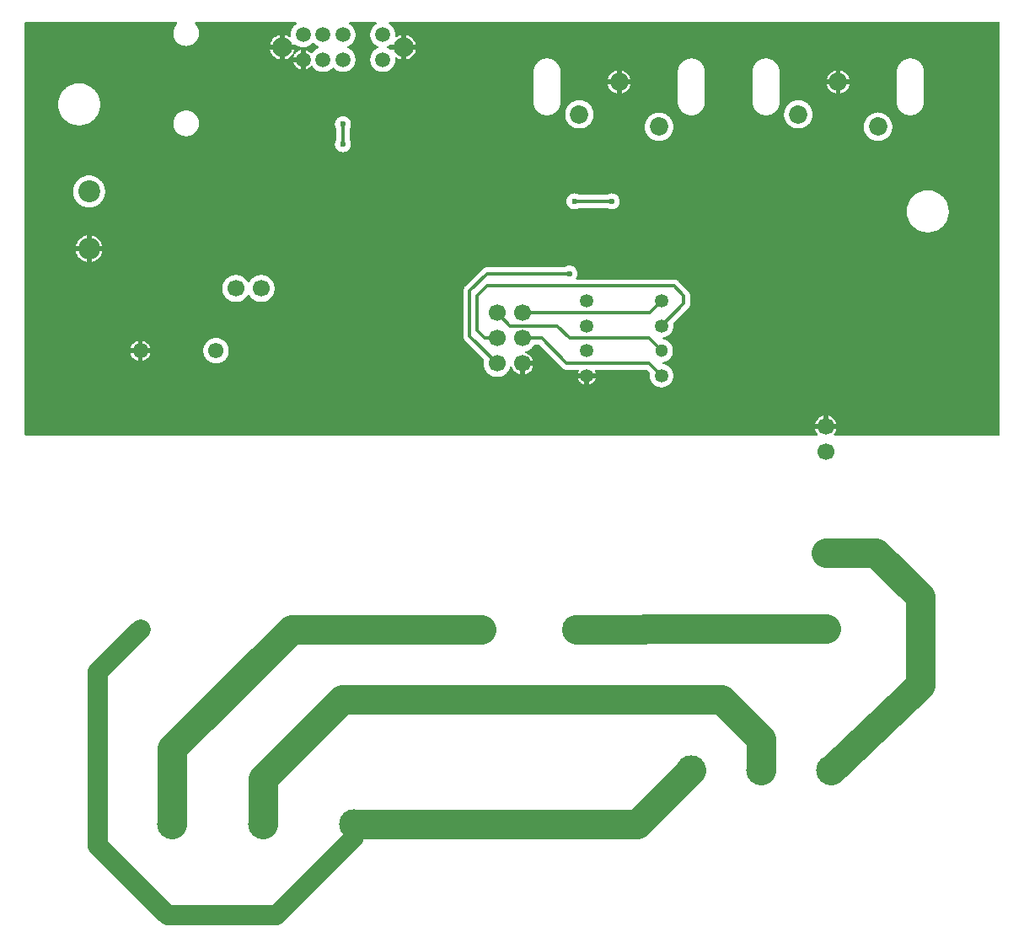
<source format=gbl>
%FSLAX46Y46*%
%MOMM*%
%ADD11C,0.300000*%
%ADD12C,2.000000*%
%ADD10C,3.000000*%
%AMPS18*
1,1,2.000000,0.000000,0.000000*
%
%ADD18PS18*%
%AMPS19*
1,1,1.500000,0.000000,0.000000*
%
%ADD19PS19*%
%AMPS23*
1,1,1.350000,0.000000,0.000000*
%
%ADD23PS23*%
%AMPS22*
1,1,1.300000,0.000000,0.000000*
%
%ADD22PS22*%
%AMPS26*
1,1,1.550000,0.000000,0.000000*
%
%ADD26PS26*%
%AMPS25*
1,1,3.000000,0.000000,0.000000*
%
%ADD25PS25*%
%AMPS17*
1,1,2.200000,0.000000,0.000000*
%
%ADD17PS17*%
%AMPS24*
1,1,1.350000,0.000000,0.000000*
%
%ADD24PS24*%
%AMPS27*
1,1,3.000000,0.000000,0.000000*
%
%ADD27PS27*%
%AMPS13*
1,1,1.850000,0.000000,0.000000*
%
%ADD13PS13*%
%AMPS21*
1,1,1.700000,0.000000,0.000000*
%
%ADD21PS21*%
%AMPS15*
1,1,1.700000,0.000000,0.000000*
%
%ADD15PS15*%
%AMPS20*
1,1,1.700000,0.000000,0.000000*
%
%ADD20PS20*%
%AMPS16*
1,1,2.900000,0.000000,0.000000*
%
%ADD16PS16*%
%AMPS14*
1,1,2.900000,0.000000,0.000000*
%
%ADD14PS14*%
%AMPS28*
1,1,0.600000,0.000000,0.000000*
%
%ADD28PS28*%
G01*
%LPD*%
G36*
X82570307Y58160000D02*
X82552922Y58090598D01*
X82516547Y57988935D01*
X82470382Y57891327D01*
X82414864Y57798702D01*
X82350543Y57711976D01*
X82309920Y57667155D01*
X82289596Y57632937D01*
X82284227Y57593501D01*
X82294665Y57555095D01*
X82319257Y57523801D01*
X82354106Y57504578D01*
X82384016Y57500000D01*
X98900000Y57500000D01*
X98939004Y57507920D01*
X98971829Y57530425D01*
X98993277Y57563952D01*
X99000000Y57600000D01*
X99000000Y98900000D01*
X98992080Y98939004D01*
X98969575Y98971829D01*
X98936048Y98993277D01*
X98900000Y99000000D01*
X37715242Y99000000D01*
X37676238Y98992080D01*
X37643413Y98969575D01*
X37621965Y98936048D01*
X37615293Y98896812D01*
X37624452Y98858081D01*
X37663832Y98814227D01*
X37674189Y98808019D01*
X37719481Y98777756D01*
X37774660Y98736832D01*
X37816739Y98702299D01*
X37867636Y98656170D01*
X37906170Y98617636D01*
X37952299Y98566739D01*
X37986832Y98524660D01*
X38027756Y98469481D01*
X38058019Y98424189D01*
X38093328Y98365280D01*
X38119006Y98317240D01*
X38148376Y98255142D01*
X38169217Y98204827D01*
X38192354Y98140166D01*
X38208168Y98088034D01*
X38224859Y98021401D01*
X38235483Y97967993D01*
X38245562Y97900040D01*
X38250899Y97845846D01*
X38254271Y97777225D01*
X38254271Y97722775D01*
X38250899Y97654154D01*
X38248666Y97631477D01*
X38252726Y97591885D01*
X38271906Y97557012D01*
X38303168Y97532382D01*
X38341561Y97521896D01*
X38381004Y97527215D01*
X38400789Y97537675D01*
X38401157Y97537061D01*
X38510619Y97602671D01*
X38621532Y97655129D01*
X38737054Y97696463D01*
X38850000Y97724754D01*
X38850000Y96750000D01*
X37864937Y96750000D01*
X37863903Y96745874D01*
X37850474Y96655343D01*
X37849663Y96660666D01*
X37828796Y96694556D01*
X37796362Y96717623D01*
X37757501Y96726213D01*
X37718367Y96718966D01*
X37700225Y96709376D01*
X37674195Y96691984D01*
X37615280Y96656672D01*
X37567240Y96630994D01*
X37505142Y96601624D01*
X37482845Y96592388D01*
X37449841Y96570145D01*
X37428127Y96536791D01*
X37421142Y96497609D01*
X37429992Y96458806D01*
X37453276Y96426528D01*
X37482845Y96407612D01*
X37505142Y96398376D01*
X37567240Y96369006D01*
X37615280Y96343328D01*
X37674189Y96308019D01*
X37700223Y96290624D01*
X37737054Y96275540D01*
X37776850Y96276016D01*
X37813309Y96291976D01*
X37840656Y96320893D01*
X37850201Y96346498D01*
X37863903Y96254126D01*
X37864937Y96250000D01*
X38850000Y96250000D01*
X38850000Y95275246D01*
X38737054Y95303537D01*
X38621532Y95344871D01*
X38510619Y95397329D01*
X38401157Y95462939D01*
X38400592Y95461996D01*
X38371720Y95475515D01*
X38331949Y95476997D01*
X38294749Y95462849D01*
X38266013Y95435313D01*
X38250293Y95398749D01*
X38248666Y95368523D01*
X38250899Y95345846D01*
X38254271Y95277225D01*
X38254271Y95222775D01*
X38250899Y95154154D01*
X38245562Y95099960D01*
X38235483Y95032007D01*
X38224859Y94978599D01*
X38208168Y94911966D01*
X38192354Y94859834D01*
X38169217Y94795173D01*
X38148376Y94744858D01*
X38119006Y94682760D01*
X38093328Y94634720D01*
X38058019Y94575811D01*
X38027756Y94530519D01*
X37986832Y94475340D01*
X37952299Y94433261D01*
X37906170Y94382364D01*
X37867639Y94343833D01*
X37816753Y94297713D01*
X37774650Y94263160D01*
X37719465Y94222232D01*
X37674199Y94191987D01*
X37615280Y94156672D01*
X37567240Y94130994D01*
X37505142Y94101624D01*
X37454827Y94080783D01*
X37390161Y94057645D01*
X37338028Y94041831D01*
X37271414Y94025145D01*
X37217991Y94014519D01*
X37150025Y94004437D01*
X37095861Y93999101D01*
X37027225Y93995729D01*
X36972775Y93995729D01*
X36904139Y93999101D01*
X36849975Y94004437D01*
X36782009Y94014519D01*
X36728586Y94025145D01*
X36661972Y94041831D01*
X36609839Y94057645D01*
X36545173Y94080783D01*
X36494858Y94101624D01*
X36432760Y94130994D01*
X36384720Y94156672D01*
X36325801Y94191987D01*
X36280535Y94222232D01*
X36225350Y94263160D01*
X36183247Y94297713D01*
X36132361Y94343833D01*
X36093830Y94382364D01*
X36047701Y94433261D01*
X36013168Y94475340D01*
X35972240Y94530524D01*
X35941992Y94575793D01*
X35906660Y94634740D01*
X35880995Y94682756D01*
X35851624Y94744856D01*
X35830783Y94795173D01*
X35807646Y94859834D01*
X35791832Y94911966D01*
X35775141Y94978599D01*
X35764517Y95032007D01*
X35754438Y95099960D01*
X35749101Y95154154D01*
X35745729Y95222775D01*
X35745729Y95277225D01*
X35749101Y95345861D01*
X35754437Y95400025D01*
X35764519Y95467991D01*
X35775145Y95521414D01*
X35791831Y95588028D01*
X35807645Y95640161D01*
X35830783Y95704827D01*
X35851624Y95755142D01*
X35880994Y95817240D01*
X35906672Y95865280D01*
X35941981Y95924189D01*
X35972244Y95969481D01*
X36013168Y96024660D01*
X36047701Y96066739D01*
X36093830Y96117636D01*
X36132364Y96156170D01*
X36183261Y96202299D01*
X36225340Y96236832D01*
X36280519Y96277756D01*
X36325811Y96308019D01*
X36384720Y96343328D01*
X36432760Y96369006D01*
X36494858Y96398376D01*
X36517155Y96407612D01*
X36550159Y96429855D01*
X36571873Y96463209D01*
X36578858Y96502391D01*
X36570008Y96541194D01*
X36546724Y96573472D01*
X36517155Y96592388D01*
X36494858Y96601624D01*
X36432760Y96630994D01*
X36384720Y96656672D01*
X36325801Y96691987D01*
X36280535Y96722232D01*
X36225350Y96763160D01*
X36183247Y96797713D01*
X36132361Y96843833D01*
X36093830Y96882364D01*
X36047701Y96933261D01*
X36013168Y96975340D01*
X35972240Y97030524D01*
X35941992Y97075793D01*
X35906660Y97134740D01*
X35880995Y97182756D01*
X35851624Y97244856D01*
X35830783Y97295173D01*
X35807646Y97359834D01*
X35791832Y97411966D01*
X35775141Y97478599D01*
X35764517Y97532007D01*
X35754438Y97599960D01*
X35749101Y97654154D01*
X35745729Y97722775D01*
X35745729Y97777225D01*
X35749101Y97845861D01*
X35754437Y97900025D01*
X35764519Y97967991D01*
X35775145Y98021414D01*
X35791831Y98088028D01*
X35807645Y98140161D01*
X35830783Y98204827D01*
X35851624Y98255142D01*
X35880994Y98317240D01*
X35906672Y98365280D01*
X35941981Y98424189D01*
X35972244Y98469481D01*
X36013168Y98524660D01*
X36047701Y98566739D01*
X36093830Y98617636D01*
X36132364Y98656170D01*
X36183261Y98702299D01*
X36225340Y98736832D01*
X36280519Y98777756D01*
X36325811Y98808019D01*
X36336168Y98814227D01*
X36365551Y98841072D01*
X36382136Y98877251D01*
X36383297Y98917034D01*
X36368849Y98954118D01*
X36341081Y98982630D01*
X36284758Y99000000D01*
X33715242Y99000000D01*
X33676238Y98992080D01*
X33643413Y98969575D01*
X33621965Y98936048D01*
X33615293Y98896812D01*
X33624452Y98858081D01*
X33663832Y98814227D01*
X33674189Y98808019D01*
X33719481Y98777756D01*
X33774660Y98736832D01*
X33816739Y98702299D01*
X33867636Y98656170D01*
X33906170Y98617636D01*
X33952299Y98566739D01*
X33986832Y98524660D01*
X34027756Y98469481D01*
X34058019Y98424189D01*
X34093328Y98365280D01*
X34119006Y98317240D01*
X34148376Y98255142D01*
X34169217Y98204827D01*
X34192354Y98140166D01*
X34208168Y98088034D01*
X34224859Y98021401D01*
X34235483Y97967993D01*
X34245562Y97900040D01*
X34250899Y97845846D01*
X34254271Y97777225D01*
X34254271Y97722775D01*
X34250899Y97654154D01*
X34245562Y97599960D01*
X34235483Y97532007D01*
X34224859Y97478599D01*
X34208168Y97411966D01*
X34192354Y97359834D01*
X34169217Y97295173D01*
X34148376Y97244858D01*
X34119006Y97182760D01*
X34093328Y97134720D01*
X34058019Y97075811D01*
X34027756Y97030519D01*
X33986832Y96975340D01*
X33952299Y96933261D01*
X33906170Y96882364D01*
X33867639Y96843833D01*
X33816753Y96797713D01*
X33774650Y96763160D01*
X33719465Y96722232D01*
X33674199Y96691987D01*
X33615280Y96656672D01*
X33567240Y96630994D01*
X33505142Y96601624D01*
X33482845Y96592388D01*
X33449841Y96570145D01*
X33428127Y96536791D01*
X33421142Y96497609D01*
X33429992Y96458806D01*
X33453276Y96426528D01*
X33482845Y96407612D01*
X33505142Y96398376D01*
X33567240Y96369006D01*
X33615280Y96343328D01*
X33674189Y96308019D01*
X33719481Y96277756D01*
X33774660Y96236832D01*
X33816739Y96202299D01*
X33867636Y96156170D01*
X33906170Y96117636D01*
X33952299Y96066739D01*
X33986832Y96024660D01*
X34027756Y95969481D01*
X34058019Y95924189D01*
X34093328Y95865280D01*
X34119006Y95817240D01*
X34148376Y95755142D01*
X34169217Y95704827D01*
X34192354Y95640166D01*
X34208168Y95588034D01*
X34224859Y95521401D01*
X34235483Y95467993D01*
X34245562Y95400040D01*
X34250899Y95345846D01*
X34254271Y95277225D01*
X34254271Y95222775D01*
X34250899Y95154154D01*
X34245562Y95099960D01*
X34235483Y95032007D01*
X34224859Y94978599D01*
X34208168Y94911966D01*
X34192354Y94859834D01*
X34169217Y94795173D01*
X34148376Y94744858D01*
X34119006Y94682760D01*
X34093328Y94634720D01*
X34058019Y94575811D01*
X34027756Y94530519D01*
X33986832Y94475340D01*
X33952299Y94433261D01*
X33906170Y94382364D01*
X33867639Y94343833D01*
X33816753Y94297713D01*
X33774650Y94263160D01*
X33719465Y94222232D01*
X33674199Y94191987D01*
X33615280Y94156672D01*
X33567240Y94130994D01*
X33505142Y94101624D01*
X33454827Y94080783D01*
X33390161Y94057645D01*
X33338028Y94041831D01*
X33271414Y94025145D01*
X33217991Y94014519D01*
X33150025Y94004437D01*
X33095861Y93999101D01*
X33027225Y93995729D01*
X32972775Y93995729D01*
X32904139Y93999101D01*
X32849975Y94004437D01*
X32782009Y94014519D01*
X32728586Y94025145D01*
X32661972Y94041831D01*
X32609839Y94057645D01*
X32545173Y94080783D01*
X32494858Y94101624D01*
X32432760Y94130994D01*
X32384720Y94156672D01*
X32325801Y94191987D01*
X32280535Y94222232D01*
X32225350Y94263160D01*
X32183247Y94297713D01*
X32132361Y94343833D01*
X32093820Y94382374D01*
X32074096Y94404137D01*
X32042035Y94427719D01*
X32003316Y94436928D01*
X31964071Y94430306D01*
X31925904Y94404137D01*
X31906180Y94382374D01*
X31867639Y94343833D01*
X31816753Y94297713D01*
X31774650Y94263160D01*
X31719465Y94222232D01*
X31674199Y94191987D01*
X31615280Y94156672D01*
X31567240Y94130994D01*
X31505142Y94101624D01*
X31454827Y94080783D01*
X31390161Y94057645D01*
X31338028Y94041831D01*
X31271414Y94025145D01*
X31217991Y94014519D01*
X31150025Y94004437D01*
X31095861Y93999101D01*
X31027225Y93995729D01*
X30972775Y93995729D01*
X30904139Y93999101D01*
X30849975Y94004437D01*
X30782009Y94014519D01*
X30728586Y94025145D01*
X30661972Y94041831D01*
X30609839Y94057645D01*
X30545173Y94080783D01*
X30494858Y94101624D01*
X30432760Y94130994D01*
X30384720Y94156672D01*
X30325801Y94191987D01*
X30280535Y94222232D01*
X30225350Y94263160D01*
X30183247Y94297713D01*
X30132361Y94343833D01*
X30093830Y94382364D01*
X30047701Y94433261D01*
X30013168Y94475340D01*
X29972240Y94530524D01*
X29941986Y94575801D01*
X29929841Y94596064D01*
X29902996Y94625447D01*
X29866817Y94642032D01*
X29827034Y94643193D01*
X29789950Y94628745D01*
X29769971Y94611808D01*
X29707320Y94542680D01*
X29634586Y94476759D01*
X29555734Y94418278D01*
X29471540Y94367815D01*
X29382793Y94325841D01*
X29290373Y94292772D01*
X29250000Y94282659D01*
X29250000Y96217341D01*
X29290373Y96207228D01*
X29382793Y96174159D01*
X29471540Y96132185D01*
X29555736Y96081720D01*
X29634582Y96023243D01*
X29707320Y95957320D01*
X29769971Y95888192D01*
X29802032Y95864610D01*
X29840752Y95855401D01*
X29879997Y95862023D01*
X29913550Y95883428D01*
X29929840Y95903934D01*
X29941982Y95924191D01*
X29972244Y95969481D01*
X30013168Y96024660D01*
X30047701Y96066739D01*
X30093830Y96117636D01*
X30132364Y96156170D01*
X30183261Y96202299D01*
X30225340Y96236832D01*
X30280519Y96277756D01*
X30325811Y96308019D01*
X30384720Y96343328D01*
X30432760Y96369006D01*
X30494858Y96398376D01*
X30517155Y96407612D01*
X30550159Y96429855D01*
X30571873Y96463209D01*
X30578858Y96502391D01*
X30570008Y96541194D01*
X30546724Y96573472D01*
X30517155Y96592388D01*
X30494858Y96601624D01*
X30432760Y96630994D01*
X30384720Y96656672D01*
X30325801Y96691987D01*
X30280535Y96722232D01*
X30225350Y96763160D01*
X30183247Y96797713D01*
X30132361Y96843833D01*
X30093820Y96882374D01*
X30074096Y96904137D01*
X30042035Y96927719D01*
X30003316Y96936928D01*
X29964071Y96930306D01*
X29925904Y96904137D01*
X29906180Y96882374D01*
X29867639Y96843833D01*
X29816753Y96797713D01*
X29774650Y96763160D01*
X29719465Y96722232D01*
X29674199Y96691987D01*
X29615280Y96656672D01*
X29567240Y96630994D01*
X29505142Y96601624D01*
X29454827Y96580783D01*
X29390161Y96557645D01*
X29338028Y96541831D01*
X29271414Y96525145D01*
X29217991Y96514519D01*
X29150025Y96504437D01*
X29095861Y96499101D01*
X29027225Y96495729D01*
X28972775Y96495729D01*
X28904139Y96499101D01*
X28849975Y96504437D01*
X28782009Y96514519D01*
X28728586Y96525145D01*
X28661972Y96541831D01*
X28609839Y96557645D01*
X28545173Y96580783D01*
X28494858Y96601624D01*
X28432760Y96630994D01*
X28384720Y96656672D01*
X28325805Y96691984D01*
X28299775Y96709376D01*
X28262944Y96724459D01*
X28223147Y96723983D01*
X28186689Y96708021D01*
X28159343Y96679104D01*
X28149799Y96653500D01*
X28136097Y96745874D01*
X28135063Y96750000D01*
X27150000Y96750000D01*
X27150000Y97724754D01*
X27262946Y97696463D01*
X27378468Y97655129D01*
X27489381Y97602671D01*
X27598843Y97537061D01*
X27599408Y97538004D01*
X27628280Y97524485D01*
X27668051Y97523003D01*
X27705251Y97537151D01*
X27733987Y97564687D01*
X27749707Y97601251D01*
X27751334Y97631477D01*
X27749101Y97654154D01*
X27745729Y97722775D01*
X27745729Y97777225D01*
X27749101Y97845861D01*
X27754437Y97900025D01*
X27764519Y97967991D01*
X27775145Y98021414D01*
X27791831Y98088028D01*
X27807645Y98140161D01*
X27830783Y98204827D01*
X27851624Y98255142D01*
X27880994Y98317240D01*
X27906672Y98365280D01*
X27941981Y98424189D01*
X27972244Y98469481D01*
X28013168Y98524660D01*
X28047701Y98566739D01*
X28093830Y98617636D01*
X28132364Y98656170D01*
X28183261Y98702299D01*
X28225340Y98736832D01*
X28280519Y98777756D01*
X28325811Y98808019D01*
X28336168Y98814227D01*
X28365551Y98841072D01*
X28382136Y98877251D01*
X28383297Y98917034D01*
X28368849Y98954118D01*
X28341081Y98982630D01*
X28284758Y99000000D01*
X18225919Y99000000D01*
X18186915Y98992080D01*
X18154090Y98969575D01*
X18132642Y98936048D01*
X18125970Y98896812D01*
X18135129Y98858081D01*
X18155208Y98829289D01*
X18182608Y98801889D01*
X18231190Y98748288D01*
X18265761Y98706164D01*
X18308849Y98648067D01*
X18339124Y98602757D01*
X18376309Y98540717D01*
X18401988Y98492673D01*
X18432925Y98427262D01*
X18453775Y98376929D01*
X18478146Y98308814D01*
X18493954Y98256703D01*
X18511537Y98186511D01*
X18522165Y98133080D01*
X18532784Y98061487D01*
X18538119Y98007327D01*
X18541671Y97935025D01*
X18541671Y97880575D01*
X18538119Y97808273D01*
X18532784Y97754113D01*
X18522165Y97682520D01*
X18511537Y97629089D01*
X18493954Y97558897D01*
X18478146Y97506786D01*
X18453775Y97438671D01*
X18432925Y97388338D01*
X18401980Y97322911D01*
X18376321Y97274905D01*
X18339110Y97212822D01*
X18308867Y97167559D01*
X18265744Y97109414D01*
X18231201Y97067324D01*
X18182608Y97013711D01*
X18144089Y96975192D01*
X18090488Y96926610D01*
X18048364Y96892039D01*
X17990267Y96848951D01*
X17944957Y96818676D01*
X17882901Y96781482D01*
X17834886Y96755818D01*
X17769452Y96724870D01*
X17719138Y96704029D01*
X17651016Y96679654D01*
X17598903Y96663846D01*
X17528711Y96646263D01*
X17475280Y96635635D01*
X17403687Y96625016D01*
X17349527Y96619681D01*
X17277225Y96616129D01*
X17222775Y96616129D01*
X17150473Y96619681D01*
X17096313Y96625016D01*
X17024720Y96635635D01*
X16971289Y96646263D01*
X16901097Y96663846D01*
X16848984Y96679654D01*
X16780862Y96704029D01*
X16730548Y96724870D01*
X16665114Y96755818D01*
X16617099Y96781482D01*
X16555043Y96818676D01*
X16509733Y96848951D01*
X16451636Y96892039D01*
X16409512Y96926610D01*
X16355911Y96975192D01*
X16317392Y97013711D01*
X16268810Y97067312D01*
X16234239Y97109436D01*
X16191151Y97167533D01*
X16160876Y97212843D01*
X16123682Y97274899D01*
X16098018Y97322914D01*
X16067070Y97388348D01*
X16046229Y97438662D01*
X16021854Y97506784D01*
X16006046Y97558897D01*
X15988463Y97629089D01*
X15977835Y97682520D01*
X15967216Y97754113D01*
X15961881Y97808273D01*
X15958329Y97880575D01*
X15958329Y97935025D01*
X15961881Y98007327D01*
X15967216Y98061487D01*
X15977835Y98133080D01*
X15988463Y98186511D01*
X16006046Y98256703D01*
X16021854Y98308816D01*
X16046229Y98376938D01*
X16067070Y98427252D01*
X16098014Y98492677D01*
X16123684Y98540703D01*
X16160890Y98602778D01*
X16191133Y98648041D01*
X16234256Y98706186D01*
X16268799Y98748276D01*
X16317392Y98801889D01*
X16344792Y98829289D01*
X16366771Y98862469D01*
X16374068Y98901594D01*
X16365528Y98940466D01*
X16342502Y98972929D01*
X16308638Y98993839D01*
X16274081Y99000000D01*
X1100000Y99000000D01*
X1060996Y98992080D01*
X1028171Y98969575D01*
X1006723Y98936048D01*
X1000000Y98900000D01*
X1000000Y57600000D01*
X1007920Y57560996D01*
X1030425Y57528171D01*
X1063952Y57506723D01*
X1100000Y57500000D01*
X80615984Y57500000D01*
X80654988Y57507920D01*
X80687813Y57530425D01*
X80709261Y57563952D01*
X80715933Y57603188D01*
X80706774Y57641919D01*
X80690080Y57667155D01*
X80649457Y57711976D01*
X80585133Y57798706D01*
X80529620Y57891323D01*
X80483453Y57988936D01*
X80447078Y58090598D01*
X80429693Y58160000D01*
X82570307Y58160000D01*
D02*
G37*
%LPC*%
G36*
X26650000Y96750000D02*
X25675246Y96750000D01*
X25703537Y96862946D01*
X25744871Y96978468D01*
X25797329Y97089381D01*
X25860415Y97194632D01*
X25933507Y97293185D01*
X26015904Y97384096D01*
X26106815Y97466493D01*
X26205368Y97539585D01*
X26310619Y97602671D01*
X26421532Y97655129D01*
X26537054Y97696463D01*
X26650000Y97724754D01*
X26650000Y96750000D01*
D02*
G37*
%LPC*%
G36*
X40324754Y96750000D02*
X39350000Y96750000D01*
X39350000Y97724754D01*
X39462946Y97696463D01*
X39578468Y97655129D01*
X39689381Y97602671D01*
X39794632Y97539585D01*
X39893185Y97466493D01*
X39984096Y97384096D01*
X40066493Y97293185D01*
X40139585Y97194632D01*
X40202671Y97089381D01*
X40255129Y96978468D01*
X40296463Y96862946D01*
X40324754Y96750000D01*
D02*
G37*
%LPC*%
G36*
X39350000Y95275246D02*
X39350000Y96250000D01*
X40324754Y96250000D01*
X40296463Y96137054D01*
X40255129Y96021532D01*
X40202671Y95910619D01*
X40139585Y95805368D01*
X40066493Y95706815D01*
X39984096Y95615904D01*
X39893185Y95533507D01*
X39794632Y95460415D01*
X39689381Y95397329D01*
X39578468Y95344871D01*
X39462946Y95303537D01*
X39350000Y95275246D01*
D02*
G37*
%LPC*%
G36*
X27150000Y95275246D02*
X27150000Y96250000D01*
X28124754Y96250000D01*
X28096463Y96137054D01*
X28055130Y96021537D01*
X28008327Y95922580D01*
X27998811Y95883935D01*
X28005121Y95844639D01*
X28008382Y95839436D01*
X27978334Y95833623D01*
X27936165Y95800757D01*
X27866493Y95706815D01*
X27784096Y95615904D01*
X27693185Y95533507D01*
X27594632Y95460415D01*
X27489381Y95397329D01*
X27378468Y95344871D01*
X27262946Y95303537D01*
X27150000Y95275246D01*
D02*
G37*
%LPC*%
G36*
X26650000Y95275246D02*
X26537054Y95303537D01*
X26421532Y95344871D01*
X26310619Y95397329D01*
X26205368Y95460415D01*
X26106815Y95533507D01*
X26015904Y95615904D01*
X25933507Y95706815D01*
X25860415Y95805368D01*
X25797329Y95910619D01*
X25744871Y96021532D01*
X25703537Y96137054D01*
X25675246Y96250000D01*
X26650000Y96250000D01*
X26650000Y95275246D01*
D02*
G37*
%LPC*%
G36*
X28750000Y95500000D02*
X28032659Y95500000D01*
X28042772Y95540373D01*
X28075842Y95632797D01*
X28106885Y95698432D01*
X28116401Y95737077D01*
X28110091Y95776373D01*
X28106831Y95781575D01*
X28136877Y95787388D01*
X28179046Y95820253D01*
X28226757Y95884582D01*
X28292680Y95957320D01*
X28365418Y96023243D01*
X28444264Y96081720D01*
X28528460Y96132185D01*
X28617207Y96174159D01*
X28709627Y96207228D01*
X28750000Y96217341D01*
X28750000Y95500000D01*
D02*
G37*
%LPC*%
G36*
X53513618Y89645182D02*
X53486382Y89645182D01*
X53447139Y89646146D01*
X53419899Y89647484D01*
X53380747Y89650372D01*
X53353670Y89653039D01*
X53314692Y89657846D01*
X53287731Y89661846D01*
X53249014Y89668564D01*
X53222336Y89673871D01*
X53184042Y89682470D01*
X53157595Y89689094D01*
X53119734Y89699571D01*
X53093708Y89707467D01*
X53056389Y89719796D01*
X53030736Y89728974D01*
X52994113Y89743102D01*
X52968966Y89753518D01*
X52933048Y89769439D01*
X52908448Y89781075D01*
X52873332Y89798749D01*
X52849326Y89811580D01*
X52815188Y89830919D01*
X52791792Y89844943D01*
X52758616Y89865952D01*
X52735987Y89881071D01*
X52703894Y89903674D01*
X52681986Y89919922D01*
X52651054Y89944062D01*
X52629972Y89961363D01*
X52600254Y89986997D01*
X52580069Y90005293D01*
X52551634Y90032366D01*
X52532366Y90051634D01*
X52505293Y90080069D01*
X52486997Y90100254D01*
X52461363Y90129972D01*
X52444062Y90151054D01*
X52419922Y90181986D01*
X52403674Y90203894D01*
X52381071Y90235987D01*
X52365952Y90258616D01*
X52344943Y90291792D01*
X52330919Y90315188D01*
X52311580Y90349326D01*
X52298749Y90373332D01*
X52281075Y90408448D01*
X52269439Y90433048D01*
X52253518Y90468966D01*
X52243102Y90494113D01*
X52228974Y90530736D01*
X52219796Y90556389D01*
X52207467Y90593708D01*
X52199571Y90619734D01*
X52189094Y90657595D01*
X52182470Y90684042D01*
X52173871Y90722336D01*
X52168564Y90749014D01*
X52161846Y90787731D01*
X52157846Y90814692D01*
X52153039Y90853670D01*
X52150372Y90880747D01*
X52147484Y90919899D01*
X52146146Y90947139D01*
X52145166Y90987040D01*
X52145000Y91000572D01*
X52145000Y93999428D01*
X52145166Y94012960D01*
X52146146Y94052861D01*
X52147484Y94080101D01*
X52150372Y94119253D01*
X52153039Y94146330D01*
X52157846Y94185308D01*
X52161846Y94212269D01*
X52168564Y94250986D01*
X52173871Y94277664D01*
X52182470Y94315958D01*
X52189095Y94342408D01*
X52199569Y94380255D01*
X52207474Y94406315D01*
X52219793Y94443605D01*
X52228970Y94469253D01*
X52243102Y94505887D01*
X52253518Y94531034D01*
X52269439Y94566952D01*
X52281075Y94591552D01*
X52298749Y94626668D01*
X52311580Y94650674D01*
X52330919Y94684812D01*
X52344943Y94708208D01*
X52365952Y94741384D01*
X52381071Y94764013D01*
X52403674Y94796106D01*
X52419922Y94818014D01*
X52444062Y94848946D01*
X52461363Y94870028D01*
X52486997Y94899746D01*
X52505293Y94919931D01*
X52532366Y94948366D01*
X52551634Y94967634D01*
X52580069Y94994707D01*
X52600254Y95013003D01*
X52629972Y95038637D01*
X52651054Y95055938D01*
X52681986Y95080078D01*
X52703894Y95096326D01*
X52735987Y95118929D01*
X52758616Y95134048D01*
X52791792Y95155057D01*
X52815188Y95169081D01*
X52849326Y95188420D01*
X52873332Y95201251D01*
X52908448Y95218925D01*
X52933048Y95230561D01*
X52968966Y95246482D01*
X52994113Y95256898D01*
X53030747Y95271030D01*
X53056395Y95280207D01*
X53093685Y95292526D01*
X53119745Y95300431D01*
X53157592Y95310905D01*
X53184042Y95317530D01*
X53222336Y95326129D01*
X53249014Y95331436D01*
X53287731Y95338154D01*
X53314692Y95342154D01*
X53353670Y95346961D01*
X53380747Y95349628D01*
X53419899Y95352516D01*
X53447139Y95353854D01*
X53486382Y95354818D01*
X53513618Y95354818D01*
X53552861Y95353854D01*
X53580101Y95352516D01*
X53619253Y95349628D01*
X53646330Y95346961D01*
X53685308Y95342154D01*
X53712269Y95338154D01*
X53750986Y95331436D01*
X53777664Y95326129D01*
X53815958Y95317530D01*
X53842408Y95310905D01*
X53880255Y95300431D01*
X53906315Y95292526D01*
X53943605Y95280207D01*
X53969253Y95271030D01*
X54005887Y95256898D01*
X54031034Y95246482D01*
X54066952Y95230561D01*
X54091552Y95218925D01*
X54126668Y95201251D01*
X54150674Y95188420D01*
X54184812Y95169081D01*
X54208208Y95155057D01*
X54241384Y95134048D01*
X54264013Y95118929D01*
X54296106Y95096326D01*
X54318014Y95080078D01*
X54348946Y95055938D01*
X54370028Y95038637D01*
X54399746Y95013003D01*
X54419931Y94994707D01*
X54448366Y94967634D01*
X54467634Y94948366D01*
X54494707Y94919931D01*
X54513003Y94899746D01*
X54538637Y94870028D01*
X54555938Y94848946D01*
X54580078Y94818014D01*
X54596326Y94796106D01*
X54618929Y94764013D01*
X54634048Y94741384D01*
X54655057Y94708208D01*
X54669081Y94684812D01*
X54688420Y94650674D01*
X54701251Y94626668D01*
X54718925Y94591552D01*
X54730561Y94566952D01*
X54746482Y94531034D01*
X54756898Y94505887D01*
X54771030Y94469253D01*
X54780207Y94443605D01*
X54792526Y94406315D01*
X54800431Y94380255D01*
X54810905Y94342408D01*
X54817530Y94315958D01*
X54826129Y94277664D01*
X54831436Y94250986D01*
X54838154Y94212269D01*
X54842154Y94185308D01*
X54846961Y94146330D01*
X54849628Y94119253D01*
X54852516Y94080101D01*
X54853854Y94052861D01*
X54854834Y94012960D01*
X54855000Y93999428D01*
X54855000Y91000572D01*
X54854834Y90987040D01*
X54853854Y90947139D01*
X54852516Y90919899D01*
X54849628Y90880747D01*
X54846961Y90853670D01*
X54842154Y90814692D01*
X54838154Y90787731D01*
X54831436Y90749014D01*
X54826129Y90722336D01*
X54817530Y90684042D01*
X54810905Y90657592D01*
X54800431Y90619745D01*
X54792526Y90593685D01*
X54780203Y90556381D01*
X54771032Y90530750D01*
X54756904Y90494126D01*
X54746474Y90468948D01*
X54730559Y90433046D01*
X54718933Y90408462D01*
X54701251Y90373332D01*
X54688420Y90349326D01*
X54669081Y90315188D01*
X54655057Y90291792D01*
X54634048Y90258616D01*
X54618929Y90235987D01*
X54596326Y90203894D01*
X54580078Y90181986D01*
X54555938Y90151054D01*
X54538637Y90129972D01*
X54513003Y90100254D01*
X54494707Y90080069D01*
X54467634Y90051634D01*
X54448366Y90032366D01*
X54419934Y90005295D01*
X54399746Y89986998D01*
X54370032Y89961367D01*
X54348931Y89944049D01*
X54318002Y89919912D01*
X54296127Y89903688D01*
X54264013Y89881071D01*
X54241384Y89865952D01*
X54208208Y89844943D01*
X54184812Y89830919D01*
X54150674Y89811580D01*
X54126668Y89798749D01*
X54091552Y89781075D01*
X54066952Y89769439D01*
X54031034Y89753518D01*
X54005887Y89743102D01*
X53969253Y89728970D01*
X53943605Y89719793D01*
X53906315Y89707474D01*
X53880255Y89699569D01*
X53842408Y89689095D01*
X53815958Y89682470D01*
X53777664Y89673871D01*
X53750986Y89668564D01*
X53712269Y89661846D01*
X53685308Y89657846D01*
X53646330Y89653039D01*
X53619253Y89650372D01*
X53580101Y89647484D01*
X53552861Y89646146D01*
X53513618Y89645182D01*
D02*
G37*
%LPC*%
G36*
X68013618Y89645182D02*
X67986382Y89645182D01*
X67947139Y89646146D01*
X67919899Y89647484D01*
X67880747Y89650372D01*
X67853670Y89653039D01*
X67814692Y89657846D01*
X67787731Y89661846D01*
X67749014Y89668564D01*
X67722336Y89673871D01*
X67684042Y89682470D01*
X67657595Y89689094D01*
X67619734Y89699571D01*
X67593708Y89707467D01*
X67556389Y89719796D01*
X67530736Y89728974D01*
X67494113Y89743102D01*
X67468966Y89753518D01*
X67433048Y89769439D01*
X67408448Y89781075D01*
X67373332Y89798749D01*
X67349326Y89811580D01*
X67315188Y89830919D01*
X67291792Y89844943D01*
X67258616Y89865952D01*
X67235987Y89881071D01*
X67203894Y89903674D01*
X67181986Y89919922D01*
X67151054Y89944062D01*
X67129972Y89961363D01*
X67100254Y89986997D01*
X67080069Y90005293D01*
X67051634Y90032366D01*
X67032366Y90051634D01*
X67005293Y90080069D01*
X66986997Y90100254D01*
X66961363Y90129972D01*
X66944062Y90151054D01*
X66919922Y90181986D01*
X66903674Y90203894D01*
X66881071Y90235987D01*
X66865952Y90258616D01*
X66844943Y90291792D01*
X66830919Y90315188D01*
X66811580Y90349326D01*
X66798749Y90373332D01*
X66781075Y90408448D01*
X66769439Y90433048D01*
X66753518Y90468966D01*
X66743102Y90494113D01*
X66728974Y90530736D01*
X66719796Y90556389D01*
X66707467Y90593708D01*
X66699571Y90619734D01*
X66689094Y90657595D01*
X66682470Y90684042D01*
X66673871Y90722336D01*
X66668564Y90749014D01*
X66661846Y90787731D01*
X66657846Y90814692D01*
X66653039Y90853670D01*
X66650372Y90880747D01*
X66647484Y90919899D01*
X66646146Y90947139D01*
X66645166Y90987040D01*
X66645000Y91000572D01*
X66645000Y93999428D01*
X66645166Y94012960D01*
X66646146Y94052861D01*
X66647484Y94080101D01*
X66650372Y94119253D01*
X66653039Y94146330D01*
X66657846Y94185308D01*
X66661846Y94212269D01*
X66668564Y94250986D01*
X66673871Y94277664D01*
X66682470Y94315958D01*
X66689095Y94342408D01*
X66699569Y94380255D01*
X66707474Y94406315D01*
X66719793Y94443605D01*
X66728970Y94469253D01*
X66743102Y94505887D01*
X66753518Y94531034D01*
X66769439Y94566952D01*
X66781075Y94591552D01*
X66798749Y94626668D01*
X66811580Y94650674D01*
X66830919Y94684812D01*
X66844943Y94708208D01*
X66865952Y94741384D01*
X66881071Y94764013D01*
X66903674Y94796106D01*
X66919922Y94818014D01*
X66944062Y94848946D01*
X66961363Y94870028D01*
X66986997Y94899746D01*
X67005293Y94919931D01*
X67032366Y94948366D01*
X67051634Y94967634D01*
X67080069Y94994707D01*
X67100254Y95013003D01*
X67129972Y95038637D01*
X67151054Y95055938D01*
X67181986Y95080078D01*
X67203894Y95096326D01*
X67235987Y95118929D01*
X67258616Y95134048D01*
X67291792Y95155057D01*
X67315188Y95169081D01*
X67349326Y95188420D01*
X67373332Y95201251D01*
X67408448Y95218925D01*
X67433048Y95230561D01*
X67468966Y95246482D01*
X67494113Y95256898D01*
X67530747Y95271030D01*
X67556395Y95280207D01*
X67593685Y95292526D01*
X67619745Y95300431D01*
X67657592Y95310905D01*
X67684042Y95317530D01*
X67722336Y95326129D01*
X67749014Y95331436D01*
X67787731Y95338154D01*
X67814692Y95342154D01*
X67853670Y95346961D01*
X67880747Y95349628D01*
X67919899Y95352516D01*
X67947139Y95353854D01*
X67986382Y95354818D01*
X68013618Y95354818D01*
X68052861Y95353854D01*
X68080101Y95352516D01*
X68119253Y95349628D01*
X68146330Y95346961D01*
X68185308Y95342154D01*
X68212269Y95338154D01*
X68250986Y95331436D01*
X68277664Y95326129D01*
X68315958Y95317530D01*
X68342408Y95310905D01*
X68380255Y95300431D01*
X68406315Y95292526D01*
X68443605Y95280207D01*
X68469253Y95271030D01*
X68505887Y95256898D01*
X68531034Y95246482D01*
X68566952Y95230561D01*
X68591552Y95218925D01*
X68626668Y95201251D01*
X68650674Y95188420D01*
X68684812Y95169081D01*
X68708208Y95155057D01*
X68741384Y95134048D01*
X68764013Y95118929D01*
X68796106Y95096326D01*
X68818014Y95080078D01*
X68848946Y95055938D01*
X68870028Y95038637D01*
X68899746Y95013003D01*
X68919931Y94994707D01*
X68948366Y94967634D01*
X68967634Y94948366D01*
X68994707Y94919931D01*
X69013003Y94899746D01*
X69038637Y94870028D01*
X69055938Y94848946D01*
X69080078Y94818014D01*
X69096326Y94796106D01*
X69118929Y94764013D01*
X69134048Y94741384D01*
X69155057Y94708208D01*
X69169081Y94684812D01*
X69188420Y94650674D01*
X69201251Y94626668D01*
X69218925Y94591552D01*
X69230561Y94566952D01*
X69246482Y94531034D01*
X69256898Y94505887D01*
X69271030Y94469253D01*
X69280207Y94443605D01*
X69292526Y94406315D01*
X69300431Y94380255D01*
X69310905Y94342408D01*
X69317530Y94315958D01*
X69326129Y94277664D01*
X69331436Y94250986D01*
X69338154Y94212269D01*
X69342154Y94185308D01*
X69346961Y94146330D01*
X69349628Y94119253D01*
X69352516Y94080101D01*
X69353854Y94052861D01*
X69354834Y94012960D01*
X69355000Y93999428D01*
X69355000Y91000572D01*
X69354834Y90987040D01*
X69353854Y90947139D01*
X69352516Y90919899D01*
X69349628Y90880747D01*
X69346961Y90853670D01*
X69342154Y90814692D01*
X69338154Y90787731D01*
X69331436Y90749014D01*
X69326129Y90722336D01*
X69317530Y90684042D01*
X69310905Y90657592D01*
X69300431Y90619745D01*
X69292526Y90593685D01*
X69280203Y90556381D01*
X69271032Y90530750D01*
X69256904Y90494126D01*
X69246474Y90468948D01*
X69230559Y90433046D01*
X69218933Y90408462D01*
X69201251Y90373332D01*
X69188420Y90349326D01*
X69169081Y90315188D01*
X69155057Y90291792D01*
X69134048Y90258616D01*
X69118929Y90235987D01*
X69096326Y90203894D01*
X69080078Y90181986D01*
X69055938Y90151054D01*
X69038637Y90129972D01*
X69013003Y90100254D01*
X68994707Y90080069D01*
X68967634Y90051634D01*
X68948366Y90032366D01*
X68919934Y90005295D01*
X68899746Y89986998D01*
X68870032Y89961367D01*
X68848931Y89944049D01*
X68818002Y89919912D01*
X68796127Y89903688D01*
X68764013Y89881071D01*
X68741384Y89865952D01*
X68708208Y89844943D01*
X68684812Y89830919D01*
X68650674Y89811580D01*
X68626668Y89798749D01*
X68591552Y89781075D01*
X68566952Y89769439D01*
X68531034Y89753518D01*
X68505887Y89743102D01*
X68469253Y89728970D01*
X68443605Y89719793D01*
X68406315Y89707474D01*
X68380255Y89699569D01*
X68342408Y89689095D01*
X68315958Y89682470D01*
X68277664Y89673871D01*
X68250986Y89668564D01*
X68212269Y89661846D01*
X68185308Y89657846D01*
X68146330Y89653039D01*
X68119253Y89650372D01*
X68080101Y89647484D01*
X68052861Y89646146D01*
X68013618Y89645182D01*
D02*
G37*
%LPC*%
G36*
X75513618Y89645182D02*
X75486382Y89645182D01*
X75447139Y89646146D01*
X75419899Y89647484D01*
X75380747Y89650372D01*
X75353670Y89653039D01*
X75314692Y89657846D01*
X75287731Y89661846D01*
X75249014Y89668564D01*
X75222336Y89673871D01*
X75184042Y89682470D01*
X75157595Y89689094D01*
X75119734Y89699571D01*
X75093708Y89707467D01*
X75056389Y89719796D01*
X75030736Y89728974D01*
X74994113Y89743102D01*
X74968966Y89753518D01*
X74933048Y89769439D01*
X74908448Y89781075D01*
X74873332Y89798749D01*
X74849326Y89811580D01*
X74815188Y89830919D01*
X74791792Y89844943D01*
X74758616Y89865952D01*
X74735987Y89881071D01*
X74703894Y89903674D01*
X74681986Y89919922D01*
X74651054Y89944062D01*
X74629972Y89961363D01*
X74600254Y89986997D01*
X74580069Y90005293D01*
X74551634Y90032366D01*
X74532366Y90051634D01*
X74505293Y90080069D01*
X74486997Y90100254D01*
X74461363Y90129972D01*
X74444062Y90151054D01*
X74419922Y90181986D01*
X74403674Y90203894D01*
X74381071Y90235987D01*
X74365952Y90258616D01*
X74344943Y90291792D01*
X74330919Y90315188D01*
X74311580Y90349326D01*
X74298749Y90373332D01*
X74281075Y90408448D01*
X74269439Y90433048D01*
X74253518Y90468966D01*
X74243102Y90494113D01*
X74228974Y90530736D01*
X74219796Y90556389D01*
X74207467Y90593708D01*
X74199571Y90619734D01*
X74189094Y90657595D01*
X74182470Y90684042D01*
X74173871Y90722336D01*
X74168564Y90749014D01*
X74161846Y90787731D01*
X74157846Y90814692D01*
X74153039Y90853670D01*
X74150372Y90880747D01*
X74147484Y90919899D01*
X74146146Y90947139D01*
X74145166Y90987040D01*
X74145000Y91000572D01*
X74145000Y93999428D01*
X74145166Y94012960D01*
X74146146Y94052861D01*
X74147484Y94080101D01*
X74150372Y94119253D01*
X74153039Y94146330D01*
X74157846Y94185308D01*
X74161846Y94212269D01*
X74168564Y94250986D01*
X74173871Y94277664D01*
X74182470Y94315958D01*
X74189095Y94342408D01*
X74199569Y94380255D01*
X74207474Y94406315D01*
X74219793Y94443605D01*
X74228970Y94469253D01*
X74243102Y94505887D01*
X74253518Y94531034D01*
X74269439Y94566952D01*
X74281075Y94591552D01*
X74298749Y94626668D01*
X74311580Y94650674D01*
X74330919Y94684812D01*
X74344943Y94708208D01*
X74365952Y94741384D01*
X74381071Y94764013D01*
X74403674Y94796106D01*
X74419922Y94818014D01*
X74444062Y94848946D01*
X74461363Y94870028D01*
X74486997Y94899746D01*
X74505293Y94919931D01*
X74532366Y94948366D01*
X74551634Y94967634D01*
X74580069Y94994707D01*
X74600254Y95013003D01*
X74629972Y95038637D01*
X74651054Y95055938D01*
X74681986Y95080078D01*
X74703894Y95096326D01*
X74735987Y95118929D01*
X74758616Y95134048D01*
X74791792Y95155057D01*
X74815188Y95169081D01*
X74849326Y95188420D01*
X74873332Y95201251D01*
X74908448Y95218925D01*
X74933048Y95230561D01*
X74968966Y95246482D01*
X74994113Y95256898D01*
X75030747Y95271030D01*
X75056395Y95280207D01*
X75093685Y95292526D01*
X75119745Y95300431D01*
X75157592Y95310905D01*
X75184042Y95317530D01*
X75222336Y95326129D01*
X75249014Y95331436D01*
X75287731Y95338154D01*
X75314692Y95342154D01*
X75353670Y95346961D01*
X75380747Y95349628D01*
X75419899Y95352516D01*
X75447139Y95353854D01*
X75486382Y95354818D01*
X75513618Y95354818D01*
X75552861Y95353854D01*
X75580101Y95352516D01*
X75619253Y95349628D01*
X75646330Y95346961D01*
X75685308Y95342154D01*
X75712269Y95338154D01*
X75750986Y95331436D01*
X75777664Y95326129D01*
X75815958Y95317530D01*
X75842408Y95310905D01*
X75880255Y95300431D01*
X75906315Y95292526D01*
X75943605Y95280207D01*
X75969253Y95271030D01*
X76005887Y95256898D01*
X76031034Y95246482D01*
X76066952Y95230561D01*
X76091552Y95218925D01*
X76126668Y95201251D01*
X76150674Y95188420D01*
X76184812Y95169081D01*
X76208208Y95155057D01*
X76241384Y95134048D01*
X76264013Y95118929D01*
X76296106Y95096326D01*
X76318014Y95080078D01*
X76348946Y95055938D01*
X76370028Y95038637D01*
X76399746Y95013003D01*
X76419931Y94994707D01*
X76448366Y94967634D01*
X76467634Y94948366D01*
X76494707Y94919931D01*
X76513003Y94899746D01*
X76538637Y94870028D01*
X76555938Y94848946D01*
X76580078Y94818014D01*
X76596326Y94796106D01*
X76618929Y94764013D01*
X76634048Y94741384D01*
X76655057Y94708208D01*
X76669081Y94684812D01*
X76688420Y94650674D01*
X76701251Y94626668D01*
X76718925Y94591552D01*
X76730561Y94566952D01*
X76746482Y94531034D01*
X76756898Y94505887D01*
X76771030Y94469253D01*
X76780207Y94443605D01*
X76792526Y94406315D01*
X76800431Y94380255D01*
X76810905Y94342408D01*
X76817530Y94315958D01*
X76826129Y94277664D01*
X76831436Y94250986D01*
X76838154Y94212269D01*
X76842154Y94185308D01*
X76846961Y94146330D01*
X76849628Y94119253D01*
X76852516Y94080101D01*
X76853854Y94052861D01*
X76854834Y94012960D01*
X76855000Y93999428D01*
X76855000Y91000572D01*
X76854834Y90987040D01*
X76853854Y90947139D01*
X76852516Y90919899D01*
X76849628Y90880747D01*
X76846961Y90853670D01*
X76842154Y90814692D01*
X76838154Y90787731D01*
X76831436Y90749014D01*
X76826129Y90722336D01*
X76817530Y90684042D01*
X76810905Y90657592D01*
X76800431Y90619745D01*
X76792526Y90593685D01*
X76780203Y90556381D01*
X76771032Y90530750D01*
X76756904Y90494126D01*
X76746474Y90468948D01*
X76730559Y90433046D01*
X76718933Y90408462D01*
X76701251Y90373332D01*
X76688420Y90349326D01*
X76669081Y90315188D01*
X76655057Y90291792D01*
X76634048Y90258616D01*
X76618929Y90235987D01*
X76596326Y90203894D01*
X76580078Y90181986D01*
X76555938Y90151054D01*
X76538637Y90129972D01*
X76513003Y90100254D01*
X76494707Y90080069D01*
X76467634Y90051634D01*
X76448366Y90032366D01*
X76419934Y90005295D01*
X76399746Y89986998D01*
X76370032Y89961367D01*
X76348931Y89944049D01*
X76318002Y89919912D01*
X76296127Y89903688D01*
X76264013Y89881071D01*
X76241384Y89865952D01*
X76208208Y89844943D01*
X76184812Y89830919D01*
X76150674Y89811580D01*
X76126668Y89798749D01*
X76091552Y89781075D01*
X76066952Y89769439D01*
X76031034Y89753518D01*
X76005887Y89743102D01*
X75969253Y89728970D01*
X75943605Y89719793D01*
X75906315Y89707474D01*
X75880255Y89699569D01*
X75842408Y89689095D01*
X75815958Y89682470D01*
X75777664Y89673871D01*
X75750986Y89668564D01*
X75712269Y89661846D01*
X75685308Y89657846D01*
X75646330Y89653039D01*
X75619253Y89650372D01*
X75580101Y89647484D01*
X75552861Y89646146D01*
X75513618Y89645182D01*
D02*
G37*
%LPC*%
G36*
X90013618Y89645182D02*
X89986382Y89645182D01*
X89947139Y89646146D01*
X89919899Y89647484D01*
X89880747Y89650372D01*
X89853670Y89653039D01*
X89814692Y89657846D01*
X89787731Y89661846D01*
X89749014Y89668564D01*
X89722336Y89673871D01*
X89684042Y89682470D01*
X89657595Y89689094D01*
X89619734Y89699571D01*
X89593708Y89707467D01*
X89556389Y89719796D01*
X89530736Y89728974D01*
X89494113Y89743102D01*
X89468966Y89753518D01*
X89433048Y89769439D01*
X89408448Y89781075D01*
X89373332Y89798749D01*
X89349326Y89811580D01*
X89315188Y89830919D01*
X89291792Y89844943D01*
X89258616Y89865952D01*
X89235987Y89881071D01*
X89203894Y89903674D01*
X89181986Y89919922D01*
X89151054Y89944062D01*
X89129972Y89961363D01*
X89100254Y89986997D01*
X89080069Y90005293D01*
X89051634Y90032366D01*
X89032366Y90051634D01*
X89005293Y90080069D01*
X88986997Y90100254D01*
X88961363Y90129972D01*
X88944062Y90151054D01*
X88919922Y90181986D01*
X88903674Y90203894D01*
X88881071Y90235987D01*
X88865952Y90258616D01*
X88844943Y90291792D01*
X88830919Y90315188D01*
X88811580Y90349326D01*
X88798749Y90373332D01*
X88781075Y90408448D01*
X88769439Y90433048D01*
X88753518Y90468966D01*
X88743102Y90494113D01*
X88728974Y90530736D01*
X88719796Y90556389D01*
X88707467Y90593708D01*
X88699571Y90619734D01*
X88689094Y90657595D01*
X88682470Y90684042D01*
X88673871Y90722336D01*
X88668564Y90749014D01*
X88661846Y90787731D01*
X88657846Y90814692D01*
X88653039Y90853670D01*
X88650372Y90880747D01*
X88647484Y90919899D01*
X88646146Y90947139D01*
X88645166Y90987040D01*
X88645000Y91000572D01*
X88645000Y93999428D01*
X88645166Y94012960D01*
X88646146Y94052861D01*
X88647484Y94080101D01*
X88650372Y94119253D01*
X88653039Y94146330D01*
X88657846Y94185308D01*
X88661846Y94212269D01*
X88668564Y94250986D01*
X88673871Y94277664D01*
X88682470Y94315958D01*
X88689095Y94342408D01*
X88699569Y94380255D01*
X88707474Y94406315D01*
X88719793Y94443605D01*
X88728970Y94469253D01*
X88743102Y94505887D01*
X88753518Y94531034D01*
X88769439Y94566952D01*
X88781075Y94591552D01*
X88798749Y94626668D01*
X88811580Y94650674D01*
X88830919Y94684812D01*
X88844943Y94708208D01*
X88865952Y94741384D01*
X88881071Y94764013D01*
X88903674Y94796106D01*
X88919922Y94818014D01*
X88944062Y94848946D01*
X88961363Y94870028D01*
X88986997Y94899746D01*
X89005293Y94919931D01*
X89032366Y94948366D01*
X89051634Y94967634D01*
X89080069Y94994707D01*
X89100254Y95013003D01*
X89129972Y95038637D01*
X89151054Y95055938D01*
X89181986Y95080078D01*
X89203894Y95096326D01*
X89235987Y95118929D01*
X89258616Y95134048D01*
X89291792Y95155057D01*
X89315188Y95169081D01*
X89349326Y95188420D01*
X89373332Y95201251D01*
X89408448Y95218925D01*
X89433048Y95230561D01*
X89468966Y95246482D01*
X89494113Y95256898D01*
X89530747Y95271030D01*
X89556395Y95280207D01*
X89593685Y95292526D01*
X89619745Y95300431D01*
X89657592Y95310905D01*
X89684042Y95317530D01*
X89722336Y95326129D01*
X89749014Y95331436D01*
X89787731Y95338154D01*
X89814692Y95342154D01*
X89853670Y95346961D01*
X89880747Y95349628D01*
X89919899Y95352516D01*
X89947139Y95353854D01*
X89986382Y95354818D01*
X90013618Y95354818D01*
X90052861Y95353854D01*
X90080101Y95352516D01*
X90119253Y95349628D01*
X90146330Y95346961D01*
X90185308Y95342154D01*
X90212269Y95338154D01*
X90250986Y95331436D01*
X90277664Y95326129D01*
X90315958Y95317530D01*
X90342408Y95310905D01*
X90380255Y95300431D01*
X90406315Y95292526D01*
X90443605Y95280207D01*
X90469253Y95271030D01*
X90505887Y95256898D01*
X90531034Y95246482D01*
X90566952Y95230561D01*
X90591552Y95218925D01*
X90626668Y95201251D01*
X90650674Y95188420D01*
X90684812Y95169081D01*
X90708208Y95155057D01*
X90741384Y95134048D01*
X90764013Y95118929D01*
X90796106Y95096326D01*
X90818014Y95080078D01*
X90848946Y95055938D01*
X90870028Y95038637D01*
X90899746Y95013003D01*
X90919931Y94994707D01*
X90948366Y94967634D01*
X90967634Y94948366D01*
X90994707Y94919931D01*
X91013003Y94899746D01*
X91038637Y94870028D01*
X91055938Y94848946D01*
X91080078Y94818014D01*
X91096326Y94796106D01*
X91118929Y94764013D01*
X91134048Y94741384D01*
X91155057Y94708208D01*
X91169081Y94684812D01*
X91188420Y94650674D01*
X91201251Y94626668D01*
X91218925Y94591552D01*
X91230561Y94566952D01*
X91246482Y94531034D01*
X91256898Y94505887D01*
X91271030Y94469253D01*
X91280207Y94443605D01*
X91292526Y94406315D01*
X91300431Y94380255D01*
X91310905Y94342408D01*
X91317530Y94315958D01*
X91326129Y94277664D01*
X91331436Y94250986D01*
X91338154Y94212269D01*
X91342154Y94185308D01*
X91346961Y94146330D01*
X91349628Y94119253D01*
X91352516Y94080101D01*
X91353854Y94052861D01*
X91354834Y94012960D01*
X91355000Y93999428D01*
X91355000Y91000572D01*
X91354834Y90987040D01*
X91353854Y90947139D01*
X91352516Y90919899D01*
X91349628Y90880747D01*
X91346961Y90853670D01*
X91342154Y90814692D01*
X91338154Y90787731D01*
X91331436Y90749014D01*
X91326129Y90722336D01*
X91317530Y90684042D01*
X91310905Y90657592D01*
X91300431Y90619745D01*
X91292526Y90593685D01*
X91280203Y90556381D01*
X91271032Y90530750D01*
X91256904Y90494126D01*
X91246474Y90468948D01*
X91230559Y90433046D01*
X91218933Y90408462D01*
X91201251Y90373332D01*
X91188420Y90349326D01*
X91169081Y90315188D01*
X91155057Y90291792D01*
X91134048Y90258616D01*
X91118929Y90235987D01*
X91096326Y90203894D01*
X91080078Y90181986D01*
X91055938Y90151054D01*
X91038637Y90129972D01*
X91013003Y90100254D01*
X90994707Y90080069D01*
X90967634Y90051634D01*
X90948366Y90032366D01*
X90919934Y90005295D01*
X90899746Y89986998D01*
X90870032Y89961367D01*
X90848931Y89944049D01*
X90818002Y89919912D01*
X90796127Y89903688D01*
X90764013Y89881071D01*
X90741384Y89865952D01*
X90708208Y89844943D01*
X90684812Y89830919D01*
X90650674Y89811580D01*
X90626668Y89798749D01*
X90591552Y89781075D01*
X90566952Y89769439D01*
X90531034Y89753518D01*
X90505887Y89743102D01*
X90469253Y89728970D01*
X90443605Y89719793D01*
X90406315Y89707474D01*
X90380255Y89699569D01*
X90342408Y89689095D01*
X90315958Y89682470D01*
X90277664Y89673871D01*
X90250986Y89668564D01*
X90212269Y89661846D01*
X90185308Y89657846D01*
X90146330Y89653039D01*
X90119253Y89650372D01*
X90080101Y89647484D01*
X90052861Y89646146D01*
X90013618Y89645182D01*
D02*
G37*
%LPC*%
G36*
X28750000Y94282659D02*
X28709627Y94292772D01*
X28617207Y94325841D01*
X28528460Y94367815D01*
X28444266Y94418278D01*
X28365414Y94476759D01*
X28292680Y94542680D01*
X28226757Y94615418D01*
X28168280Y94694262D01*
X28117812Y94778464D01*
X28075843Y94867202D01*
X28042771Y94959628D01*
X28032658Y95000000D01*
X28750000Y95000000D01*
X28750000Y94282659D01*
D02*
G37*
%LPC*%
G36*
X60500000Y93250000D02*
X59602470Y93250000D01*
X59625308Y93341174D01*
X59664162Y93449765D01*
X59713477Y93554035D01*
X59772770Y93652957D01*
X59841483Y93745605D01*
X59918937Y93831063D01*
X60004397Y93908519D01*
X60097038Y93977227D01*
X60195969Y94036524D01*
X60300234Y94085838D01*
X60408826Y94124692D01*
X60500000Y94147530D01*
X60500000Y93250000D01*
D02*
G37*
%LPC*%
G36*
X61897530Y93250000D02*
X61000000Y93250000D01*
X61000000Y94147530D01*
X61091174Y94124692D01*
X61199766Y94085838D01*
X61304031Y94036524D01*
X61402962Y93977227D01*
X61495603Y93908519D01*
X61581063Y93831063D01*
X61658519Y93745603D01*
X61727227Y93652962D01*
X61786524Y93554031D01*
X61835838Y93449766D01*
X61874692Y93341174D01*
X61897530Y93250000D01*
D02*
G37*
%LPC*%
G36*
X82500000Y93250000D02*
X81602470Y93250000D01*
X81625308Y93341174D01*
X81664162Y93449765D01*
X81713477Y93554035D01*
X81772770Y93652957D01*
X81841483Y93745605D01*
X81918937Y93831063D01*
X82004397Y93908519D01*
X82097038Y93977227D01*
X82195969Y94036524D01*
X82300234Y94085838D01*
X82408826Y94124692D01*
X82500000Y94147530D01*
X82500000Y93250000D01*
D02*
G37*
%LPC*%
G36*
X83897530Y93250000D02*
X83000000Y93250000D01*
X83000000Y94147530D01*
X83091174Y94124692D01*
X83199766Y94085838D01*
X83304031Y94036524D01*
X83402962Y93977227D01*
X83495603Y93908519D01*
X83581063Y93831063D01*
X83658519Y93745603D01*
X83727227Y93652962D01*
X83786524Y93554031D01*
X83835838Y93449766D01*
X83874692Y93341174D01*
X83897530Y93250000D01*
D02*
G37*
%LPC*%
G36*
X6527223Y88645729D02*
X6472777Y88645729D01*
X6320843Y88653194D01*
X6266643Y88658532D01*
X6116168Y88680852D01*
X6062778Y88691472D01*
X5915220Y88728434D01*
X5863101Y88744244D01*
X5719895Y88795483D01*
X5669571Y88816328D01*
X5532074Y88881359D01*
X5484038Y88907035D01*
X5353573Y88985233D01*
X5308291Y89015490D01*
X5186106Y89106108D01*
X5144017Y89140650D01*
X5031317Y89242796D01*
X4992796Y89281317D01*
X4890650Y89394017D01*
X4856108Y89436106D01*
X4765490Y89558291D01*
X4735233Y89603573D01*
X4657035Y89734038D01*
X4631359Y89782074D01*
X4566328Y89919571D01*
X4545483Y89969895D01*
X4494244Y90113101D01*
X4478434Y90165220D01*
X4441472Y90312778D01*
X4430852Y90366168D01*
X4408532Y90516643D01*
X4403194Y90570843D01*
X4395729Y90722777D01*
X4395729Y90777223D01*
X4403194Y90929157D01*
X4408532Y90983357D01*
X4430852Y91133832D01*
X4441472Y91187222D01*
X4478434Y91334780D01*
X4494244Y91386899D01*
X4545483Y91530105D01*
X4566328Y91580429D01*
X4631359Y91717926D01*
X4657035Y91765962D01*
X4735233Y91896427D01*
X4765490Y91941709D01*
X4856108Y92063894D01*
X4890650Y92105983D01*
X4992796Y92218683D01*
X5031317Y92257204D01*
X5144017Y92359350D01*
X5186106Y92393892D01*
X5308291Y92484510D01*
X5353573Y92514767D01*
X5484038Y92592965D01*
X5532074Y92618641D01*
X5669571Y92683672D01*
X5719895Y92704517D01*
X5863101Y92755756D01*
X5915220Y92771566D01*
X6062778Y92808528D01*
X6116168Y92819148D01*
X6266643Y92841468D01*
X6320843Y92846806D01*
X6472777Y92854271D01*
X6527223Y92854271D01*
X6679157Y92846806D01*
X6733357Y92841468D01*
X6883832Y92819148D01*
X6937222Y92808528D01*
X7084780Y92771566D01*
X7136899Y92755756D01*
X7280105Y92704517D01*
X7330429Y92683672D01*
X7467926Y92618641D01*
X7515962Y92592965D01*
X7646427Y92514767D01*
X7691709Y92484510D01*
X7813883Y92393900D01*
X7855990Y92359343D01*
X7968681Y92257206D01*
X8007206Y92218682D01*
X8109351Y92105982D01*
X8143892Y92063894D01*
X8234510Y91941709D01*
X8264767Y91896427D01*
X8342965Y91765962D01*
X8368641Y91717926D01*
X8433672Y91580429D01*
X8454517Y91530105D01*
X8505756Y91386899D01*
X8521566Y91334780D01*
X8558528Y91187222D01*
X8569148Y91133832D01*
X8591468Y90983357D01*
X8596806Y90929157D01*
X8604271Y90777223D01*
X8604271Y90722777D01*
X8596806Y90570843D01*
X8591468Y90516643D01*
X8569148Y90366168D01*
X8558528Y90312778D01*
X8521566Y90165220D01*
X8505756Y90113101D01*
X8454517Y89969895D01*
X8433672Y89919571D01*
X8368641Y89782074D01*
X8342965Y89734038D01*
X8264767Y89603573D01*
X8234510Y89558291D01*
X8143892Y89436106D01*
X8109350Y89394017D01*
X8007204Y89281317D01*
X7968683Y89242796D01*
X7855983Y89140650D01*
X7813894Y89106108D01*
X7691709Y89015490D01*
X7646427Y88985233D01*
X7515962Y88907035D01*
X7467926Y88881359D01*
X7330429Y88816328D01*
X7280105Y88795483D01*
X7136899Y88744244D01*
X7084780Y88728434D01*
X6937222Y88691472D01*
X6883832Y88680852D01*
X6733357Y88658532D01*
X6679157Y88653194D01*
X6527223Y88645729D01*
D02*
G37*
%LPC*%
G36*
X83000000Y91852470D02*
X83000000Y92750000D01*
X83897530Y92750000D01*
X83874692Y92658826D01*
X83835838Y92550234D01*
X83786524Y92445969D01*
X83727227Y92347038D01*
X83658519Y92254397D01*
X83581063Y92168937D01*
X83495605Y92091483D01*
X83402957Y92022770D01*
X83304035Y91963477D01*
X83199765Y91914162D01*
X83091174Y91875308D01*
X83000000Y91852470D01*
D02*
G37*
%LPC*%
G36*
X82500000Y91852470D02*
X82408826Y91875308D01*
X82300234Y91914162D01*
X82195969Y91963476D01*
X82097038Y92022773D01*
X82004397Y92091481D01*
X81918937Y92168937D01*
X81841483Y92254395D01*
X81772770Y92347043D01*
X81713477Y92445965D01*
X81664162Y92550235D01*
X81625308Y92658826D01*
X81602470Y92750000D01*
X82500000Y92750000D01*
X82500000Y91852470D01*
D02*
G37*
%LPC*%
G36*
X61897530Y92750000D02*
X61874692Y92658826D01*
X61835838Y92550234D01*
X61786524Y92445969D01*
X61727227Y92347038D01*
X61658519Y92254397D01*
X61581063Y92168937D01*
X61495605Y92091483D01*
X61402957Y92022770D01*
X61304035Y91963477D01*
X61199765Y91914162D01*
X61091174Y91875308D01*
X61000000Y91852470D01*
X61000000Y92750000D01*
X61897530Y92750000D01*
D02*
G37*
%LPC*%
G36*
X60500000Y91852470D02*
X60408826Y91875308D01*
X60300234Y91914162D01*
X60195969Y91963476D01*
X60097038Y92022773D01*
X60004397Y92091481D01*
X59918937Y92168937D01*
X59841483Y92254395D01*
X59772770Y92347043D01*
X59713477Y92445965D01*
X59664162Y92550235D01*
X59625308Y92658826D01*
X59602470Y92750000D01*
X60500000Y92750000D01*
X60500000Y91852470D01*
D02*
G37*
%LPC*%
G36*
X78777247Y88320729D02*
X78722753Y88320729D01*
X78637005Y88324942D01*
X78582823Y88330279D01*
X78497880Y88342879D01*
X78444442Y88353508D01*
X78361154Y88374371D01*
X78309067Y88390171D01*
X78228189Y88419110D01*
X78177882Y88439947D01*
X78100267Y88476656D01*
X78052231Y88502332D01*
X77978583Y88546475D01*
X77933287Y88576741D01*
X77864344Y88627873D01*
X77822225Y88662440D01*
X77758616Y88720092D01*
X77720092Y88758616D01*
X77662440Y88822225D01*
X77627873Y88864344D01*
X77576741Y88933287D01*
X77546483Y88978571D01*
X77502329Y89052236D01*
X77476656Y89100268D01*
X77439946Y89177885D01*
X77419109Y89228189D01*
X77390171Y89309067D01*
X77374371Y89361154D01*
X77353508Y89444442D01*
X77342879Y89497880D01*
X77330279Y89582823D01*
X77324942Y89637005D01*
X77320729Y89722753D01*
X77320729Y89777247D01*
X77324942Y89862995D01*
X77330279Y89917177D01*
X77342879Y90002120D01*
X77353508Y90055558D01*
X77374371Y90138846D01*
X77390171Y90190933D01*
X77419109Y90271811D01*
X77439946Y90322115D01*
X77476656Y90399732D01*
X77502329Y90447764D01*
X77546483Y90521429D01*
X77576741Y90566713D01*
X77627873Y90635656D01*
X77662440Y90677775D01*
X77720092Y90741384D01*
X77758616Y90779908D01*
X77822225Y90837560D01*
X77864344Y90872127D01*
X77933287Y90923259D01*
X77978583Y90953525D01*
X78052231Y90997668D01*
X78100267Y91023344D01*
X78177882Y91060053D01*
X78228189Y91080890D01*
X78309067Y91109829D01*
X78361154Y91125629D01*
X78444442Y91146492D01*
X78497880Y91157121D01*
X78582823Y91169721D01*
X78637005Y91175058D01*
X78722753Y91179271D01*
X78777247Y91179271D01*
X78862995Y91175058D01*
X78917177Y91169721D01*
X79002120Y91157121D01*
X79055558Y91146492D01*
X79138846Y91125629D01*
X79190933Y91109829D01*
X79271811Y91080890D01*
X79322118Y91060053D01*
X79399733Y91023344D01*
X79447769Y90997668D01*
X79521417Y90953525D01*
X79566713Y90923259D01*
X79635656Y90872127D01*
X79677775Y90837560D01*
X79741384Y90779908D01*
X79779908Y90741384D01*
X79837560Y90677775D01*
X79872127Y90635656D01*
X79923259Y90566713D01*
X79953525Y90521417D01*
X79997668Y90447769D01*
X80023344Y90399733D01*
X80060053Y90322118D01*
X80080890Y90271811D01*
X80109829Y90190933D01*
X80125629Y90138846D01*
X80146492Y90055558D01*
X80157121Y90002120D01*
X80169721Y89917177D01*
X80175058Y89862995D01*
X80179271Y89777247D01*
X80179271Y89722753D01*
X80175058Y89637005D01*
X80169721Y89582823D01*
X80157121Y89497880D01*
X80146492Y89444442D01*
X80125629Y89361154D01*
X80109829Y89309067D01*
X80080890Y89228189D01*
X80060053Y89177882D01*
X80023344Y89100267D01*
X79997668Y89052231D01*
X79953525Y88978583D01*
X79923259Y88933287D01*
X79872127Y88864344D01*
X79837560Y88822225D01*
X79779908Y88758616D01*
X79741384Y88720092D01*
X79677775Y88662440D01*
X79635656Y88627873D01*
X79566713Y88576741D01*
X79521429Y88546483D01*
X79447764Y88502329D01*
X79399732Y88476656D01*
X79322115Y88439946D01*
X79271811Y88419109D01*
X79190933Y88390171D01*
X79138846Y88374371D01*
X79055558Y88353508D01*
X79002120Y88342879D01*
X78917177Y88330279D01*
X78862995Y88324942D01*
X78777247Y88320729D01*
D02*
G37*
%LPC*%
G36*
X56777247Y88320729D02*
X56722753Y88320729D01*
X56637005Y88324942D01*
X56582823Y88330279D01*
X56497880Y88342879D01*
X56444442Y88353508D01*
X56361154Y88374371D01*
X56309067Y88390171D01*
X56228189Y88419110D01*
X56177882Y88439947D01*
X56100267Y88476656D01*
X56052231Y88502332D01*
X55978583Y88546475D01*
X55933287Y88576741D01*
X55864344Y88627873D01*
X55822225Y88662440D01*
X55758616Y88720092D01*
X55720092Y88758616D01*
X55662440Y88822225D01*
X55627873Y88864344D01*
X55576741Y88933287D01*
X55546483Y88978571D01*
X55502329Y89052236D01*
X55476656Y89100268D01*
X55439946Y89177885D01*
X55419109Y89228189D01*
X55390171Y89309067D01*
X55374371Y89361154D01*
X55353508Y89444442D01*
X55342879Y89497880D01*
X55330279Y89582823D01*
X55324942Y89637005D01*
X55320729Y89722753D01*
X55320729Y89777247D01*
X55324942Y89862995D01*
X55330279Y89917177D01*
X55342879Y90002120D01*
X55353508Y90055558D01*
X55374371Y90138846D01*
X55390171Y90190933D01*
X55419109Y90271811D01*
X55439946Y90322115D01*
X55476656Y90399732D01*
X55502329Y90447764D01*
X55546483Y90521429D01*
X55576741Y90566713D01*
X55627873Y90635656D01*
X55662440Y90677775D01*
X55720092Y90741384D01*
X55758616Y90779908D01*
X55822225Y90837560D01*
X55864344Y90872127D01*
X55933287Y90923259D01*
X55978583Y90953525D01*
X56052231Y90997668D01*
X56100267Y91023344D01*
X56177882Y91060053D01*
X56228189Y91080890D01*
X56309067Y91109829D01*
X56361154Y91125629D01*
X56444442Y91146492D01*
X56497880Y91157121D01*
X56582823Y91169721D01*
X56637005Y91175058D01*
X56722753Y91179271D01*
X56777247Y91179271D01*
X56862995Y91175058D01*
X56917177Y91169721D01*
X57002120Y91157121D01*
X57055558Y91146492D01*
X57138846Y91125629D01*
X57190933Y91109829D01*
X57271811Y91080890D01*
X57322118Y91060053D01*
X57399733Y91023344D01*
X57447769Y90997668D01*
X57521417Y90953525D01*
X57566713Y90923259D01*
X57635656Y90872127D01*
X57677775Y90837560D01*
X57741384Y90779908D01*
X57779908Y90741384D01*
X57837560Y90677775D01*
X57872127Y90635656D01*
X57923259Y90566713D01*
X57953525Y90521417D01*
X57997668Y90447769D01*
X58023344Y90399733D01*
X58060053Y90322118D01*
X58080890Y90271811D01*
X58109829Y90190933D01*
X58125629Y90138846D01*
X58146492Y90055558D01*
X58157121Y90002120D01*
X58169721Y89917177D01*
X58175058Y89862995D01*
X58179271Y89777247D01*
X58179271Y89722753D01*
X58175058Y89637005D01*
X58169721Y89582823D01*
X58157121Y89497880D01*
X58146492Y89444442D01*
X58125629Y89361154D01*
X58109829Y89309067D01*
X58080890Y89228189D01*
X58060053Y89177882D01*
X58023344Y89100267D01*
X57997668Y89052231D01*
X57953525Y88978583D01*
X57923259Y88933287D01*
X57872127Y88864344D01*
X57837560Y88822225D01*
X57779908Y88758616D01*
X57741384Y88720092D01*
X57677775Y88662440D01*
X57635656Y88627873D01*
X57566713Y88576741D01*
X57521429Y88546483D01*
X57447764Y88502329D01*
X57399732Y88476656D01*
X57322115Y88439946D01*
X57271811Y88419109D01*
X57190933Y88390171D01*
X57138846Y88374371D01*
X57055558Y88353508D01*
X57002120Y88342879D01*
X56917177Y88330279D01*
X56862995Y88324942D01*
X56777247Y88320729D01*
D02*
G37*
%LPC*%
G36*
X17277225Y87548329D02*
X17222775Y87548329D01*
X17150473Y87551881D01*
X17096313Y87557216D01*
X17024720Y87567835D01*
X16971289Y87578463D01*
X16901097Y87596046D01*
X16848984Y87611854D01*
X16780862Y87636229D01*
X16730548Y87657070D01*
X16665114Y87688018D01*
X16617099Y87713682D01*
X16555043Y87750876D01*
X16509733Y87781151D01*
X16451636Y87824239D01*
X16409512Y87858810D01*
X16355911Y87907392D01*
X16317392Y87945911D01*
X16268810Y87999512D01*
X16234239Y88041636D01*
X16191151Y88099733D01*
X16160876Y88145043D01*
X16123682Y88207099D01*
X16098018Y88255114D01*
X16067070Y88320548D01*
X16046229Y88370862D01*
X16021854Y88438984D01*
X16006046Y88491097D01*
X15988463Y88561289D01*
X15977835Y88614720D01*
X15967216Y88686313D01*
X15961881Y88740473D01*
X15958329Y88812775D01*
X15958329Y88867225D01*
X15961881Y88939527D01*
X15967216Y88993687D01*
X15977835Y89065280D01*
X15988463Y89118711D01*
X16006046Y89188903D01*
X16021854Y89241016D01*
X16046229Y89309138D01*
X16067070Y89359452D01*
X16098014Y89424877D01*
X16123684Y89472903D01*
X16160890Y89534978D01*
X16191133Y89580241D01*
X16234256Y89638386D01*
X16268799Y89680476D01*
X16317392Y89734089D01*
X16355911Y89772608D01*
X16409524Y89821201D01*
X16451614Y89855744D01*
X16509759Y89898867D01*
X16555022Y89929110D01*
X16617097Y89966316D01*
X16665123Y89991986D01*
X16730548Y90022930D01*
X16780862Y90043771D01*
X16848984Y90068146D01*
X16901097Y90083954D01*
X16971289Y90101537D01*
X17024720Y90112165D01*
X17096313Y90122784D01*
X17150473Y90128119D01*
X17222775Y90131671D01*
X17277225Y90131671D01*
X17349527Y90128119D01*
X17403687Y90122784D01*
X17475280Y90112165D01*
X17528711Y90101537D01*
X17598903Y90083954D01*
X17651016Y90068146D01*
X17719138Y90043771D01*
X17769452Y90022930D01*
X17834886Y89991982D01*
X17882901Y89966318D01*
X17944957Y89929124D01*
X17990267Y89898849D01*
X18048364Y89855761D01*
X18090488Y89821190D01*
X18144089Y89772608D01*
X18182608Y89734089D01*
X18231190Y89680488D01*
X18265761Y89638364D01*
X18308849Y89580267D01*
X18339124Y89534957D01*
X18376309Y89472917D01*
X18401988Y89424873D01*
X18432925Y89359462D01*
X18453775Y89309129D01*
X18478146Y89241014D01*
X18493954Y89188903D01*
X18511537Y89118711D01*
X18522165Y89065280D01*
X18532784Y88993687D01*
X18538119Y88939527D01*
X18541671Y88867225D01*
X18541671Y88812775D01*
X18538119Y88740473D01*
X18532784Y88686313D01*
X18522165Y88614720D01*
X18511537Y88561289D01*
X18493954Y88491097D01*
X18478146Y88438986D01*
X18453775Y88370871D01*
X18432925Y88320538D01*
X18401980Y88255111D01*
X18376321Y88207105D01*
X18339110Y88145022D01*
X18308867Y88099759D01*
X18265744Y88041614D01*
X18231201Y87999524D01*
X18182608Y87945911D01*
X18144089Y87907392D01*
X18090488Y87858810D01*
X18048364Y87824239D01*
X17990267Y87781151D01*
X17944957Y87750876D01*
X17882901Y87713682D01*
X17834886Y87688018D01*
X17769452Y87657070D01*
X17719138Y87636229D01*
X17651016Y87611854D01*
X17598903Y87596046D01*
X17528711Y87578463D01*
X17475280Y87567835D01*
X17403687Y87557216D01*
X17349527Y87551881D01*
X17277225Y87548329D01*
D02*
G37*
%LPC*%
G36*
X86777247Y87070729D02*
X86722753Y87070729D01*
X86637005Y87074942D01*
X86582823Y87080279D01*
X86497880Y87092879D01*
X86444442Y87103508D01*
X86361154Y87124371D01*
X86309067Y87140171D01*
X86228189Y87169110D01*
X86177882Y87189947D01*
X86100267Y87226656D01*
X86052231Y87252332D01*
X85978583Y87296475D01*
X85933287Y87326741D01*
X85864344Y87377873D01*
X85822225Y87412440D01*
X85758616Y87470092D01*
X85720092Y87508616D01*
X85662440Y87572225D01*
X85627873Y87614344D01*
X85576741Y87683287D01*
X85546483Y87728571D01*
X85502329Y87802236D01*
X85476656Y87850268D01*
X85439946Y87927885D01*
X85419109Y87978189D01*
X85390171Y88059067D01*
X85374371Y88111154D01*
X85353508Y88194442D01*
X85342879Y88247880D01*
X85330279Y88332823D01*
X85324942Y88387005D01*
X85320729Y88472753D01*
X85320729Y88527247D01*
X85324942Y88612995D01*
X85330279Y88667177D01*
X85342879Y88752120D01*
X85353508Y88805558D01*
X85374371Y88888846D01*
X85390171Y88940933D01*
X85419109Y89021811D01*
X85439946Y89072115D01*
X85476656Y89149732D01*
X85502329Y89197764D01*
X85546483Y89271429D01*
X85576741Y89316713D01*
X85627873Y89385656D01*
X85662440Y89427775D01*
X85720092Y89491384D01*
X85758616Y89529908D01*
X85822225Y89587560D01*
X85864344Y89622127D01*
X85933287Y89673259D01*
X85978583Y89703525D01*
X86052231Y89747668D01*
X86100267Y89773344D01*
X86177882Y89810053D01*
X86228189Y89830890D01*
X86309067Y89859829D01*
X86361154Y89875629D01*
X86444442Y89896492D01*
X86497880Y89907121D01*
X86582823Y89919721D01*
X86637005Y89925058D01*
X86722753Y89929271D01*
X86777247Y89929271D01*
X86862995Y89925058D01*
X86917177Y89919721D01*
X87002120Y89907121D01*
X87055558Y89896492D01*
X87138846Y89875629D01*
X87190933Y89859829D01*
X87271811Y89830890D01*
X87322118Y89810053D01*
X87399733Y89773344D01*
X87447769Y89747668D01*
X87521417Y89703525D01*
X87566713Y89673259D01*
X87635656Y89622127D01*
X87677775Y89587560D01*
X87741384Y89529908D01*
X87779908Y89491384D01*
X87837560Y89427775D01*
X87872127Y89385656D01*
X87923259Y89316713D01*
X87953525Y89271417D01*
X87997668Y89197769D01*
X88023344Y89149733D01*
X88060053Y89072118D01*
X88080890Y89021811D01*
X88109829Y88940933D01*
X88125629Y88888846D01*
X88146492Y88805558D01*
X88157121Y88752120D01*
X88169721Y88667177D01*
X88175058Y88612995D01*
X88179271Y88527247D01*
X88179271Y88472753D01*
X88175058Y88387005D01*
X88169721Y88332823D01*
X88157121Y88247880D01*
X88146492Y88194442D01*
X88125629Y88111154D01*
X88109829Y88059067D01*
X88080890Y87978189D01*
X88060053Y87927882D01*
X88023344Y87850267D01*
X87997668Y87802231D01*
X87953525Y87728583D01*
X87923259Y87683287D01*
X87872127Y87614344D01*
X87837560Y87572225D01*
X87779908Y87508616D01*
X87741384Y87470092D01*
X87677775Y87412440D01*
X87635656Y87377873D01*
X87566713Y87326741D01*
X87521429Y87296483D01*
X87447764Y87252329D01*
X87399732Y87226656D01*
X87322115Y87189946D01*
X87271811Y87169109D01*
X87190933Y87140171D01*
X87138846Y87124371D01*
X87055558Y87103508D01*
X87002120Y87092879D01*
X86917177Y87080279D01*
X86862995Y87074942D01*
X86777247Y87070729D01*
D02*
G37*
%LPC*%
G36*
X64777247Y87070729D02*
X64722753Y87070729D01*
X64637005Y87074942D01*
X64582823Y87080279D01*
X64497880Y87092879D01*
X64444442Y87103508D01*
X64361154Y87124371D01*
X64309067Y87140171D01*
X64228189Y87169110D01*
X64177882Y87189947D01*
X64100267Y87226656D01*
X64052231Y87252332D01*
X63978583Y87296475D01*
X63933287Y87326741D01*
X63864344Y87377873D01*
X63822225Y87412440D01*
X63758616Y87470092D01*
X63720092Y87508616D01*
X63662440Y87572225D01*
X63627873Y87614344D01*
X63576741Y87683287D01*
X63546483Y87728571D01*
X63502329Y87802236D01*
X63476656Y87850268D01*
X63439946Y87927885D01*
X63419109Y87978189D01*
X63390171Y88059067D01*
X63374371Y88111154D01*
X63353508Y88194442D01*
X63342879Y88247880D01*
X63330279Y88332823D01*
X63324942Y88387005D01*
X63320729Y88472753D01*
X63320729Y88527247D01*
X63324942Y88612995D01*
X63330279Y88667177D01*
X63342879Y88752120D01*
X63353508Y88805558D01*
X63374371Y88888846D01*
X63390171Y88940933D01*
X63419109Y89021811D01*
X63439946Y89072115D01*
X63476656Y89149732D01*
X63502329Y89197764D01*
X63546483Y89271429D01*
X63576741Y89316713D01*
X63627873Y89385656D01*
X63662440Y89427775D01*
X63720092Y89491384D01*
X63758616Y89529908D01*
X63822225Y89587560D01*
X63864344Y89622127D01*
X63933287Y89673259D01*
X63978583Y89703525D01*
X64052231Y89747668D01*
X64100267Y89773344D01*
X64177882Y89810053D01*
X64228189Y89830890D01*
X64309067Y89859829D01*
X64361154Y89875629D01*
X64444442Y89896492D01*
X64497880Y89907121D01*
X64582823Y89919721D01*
X64637005Y89925058D01*
X64722753Y89929271D01*
X64777247Y89929271D01*
X64862995Y89925058D01*
X64917177Y89919721D01*
X65002120Y89907121D01*
X65055558Y89896492D01*
X65138846Y89875629D01*
X65190933Y89859829D01*
X65271811Y89830890D01*
X65322118Y89810053D01*
X65399733Y89773344D01*
X65447769Y89747668D01*
X65521417Y89703525D01*
X65566713Y89673259D01*
X65635656Y89622127D01*
X65677775Y89587560D01*
X65741384Y89529908D01*
X65779908Y89491384D01*
X65837560Y89427775D01*
X65872127Y89385656D01*
X65923259Y89316713D01*
X65953525Y89271417D01*
X65997668Y89197769D01*
X66023344Y89149733D01*
X66060053Y89072118D01*
X66080890Y89021811D01*
X66109829Y88940933D01*
X66125629Y88888846D01*
X66146492Y88805558D01*
X66157121Y88752120D01*
X66169721Y88667177D01*
X66175058Y88612995D01*
X66179271Y88527247D01*
X66179271Y88472753D01*
X66175058Y88387005D01*
X66169721Y88332823D01*
X66157121Y88247880D01*
X66146492Y88194442D01*
X66125629Y88111154D01*
X66109829Y88059067D01*
X66080890Y87978189D01*
X66060053Y87927882D01*
X66023344Y87850267D01*
X65997668Y87802231D01*
X65953525Y87728583D01*
X65923259Y87683287D01*
X65872127Y87614344D01*
X65837560Y87572225D01*
X65779908Y87508616D01*
X65741384Y87470092D01*
X65677775Y87412440D01*
X65635656Y87377873D01*
X65566713Y87326741D01*
X65521429Y87296483D01*
X65447764Y87252329D01*
X65399732Y87226656D01*
X65322115Y87189946D01*
X65271811Y87169109D01*
X65190933Y87140171D01*
X65138846Y87124371D01*
X65055558Y87103508D01*
X65002120Y87092879D01*
X64917177Y87080279D01*
X64862995Y87074942D01*
X64777247Y87070729D01*
D02*
G37*
%LPC*%
G36*
X33027249Y85945729D02*
X32972751Y85945729D01*
X32948265Y85946932D01*
X32894081Y85952270D01*
X32869795Y85955873D01*
X32816381Y85966497D01*
X32792609Y85972451D01*
X32740467Y85988268D01*
X32717366Y85996534D01*
X32667052Y86017375D01*
X32644882Y86027861D01*
X32596862Y86053529D01*
X32575814Y86066145D01*
X32530534Y86096400D01*
X32510822Y86111019D01*
X32468740Y86145554D01*
X32450565Y86162026D01*
X32412026Y86200565D01*
X32395554Y86218740D01*
X32361019Y86260822D01*
X32346396Y86280539D01*
X32316153Y86325799D01*
X32303537Y86346848D01*
X32277859Y86394887D01*
X32267369Y86417069D01*
X32246534Y86467367D01*
X32238268Y86490467D01*
X32222451Y86542609D01*
X32216497Y86566381D01*
X32205873Y86619795D01*
X32202270Y86644081D01*
X32196932Y86698265D01*
X32195729Y86722751D01*
X32195729Y86777249D01*
X32196932Y86801735D01*
X32202270Y86855919D01*
X32205873Y86880205D01*
X32216497Y86933619D01*
X32222451Y86957391D01*
X32238268Y87009533D01*
X32246534Y87032633D01*
X32267369Y87082931D01*
X32277859Y87105113D01*
X32303537Y87153152D01*
X32316151Y87174197D01*
X32328147Y87192150D01*
X32345000Y87247707D01*
X32345000Y88252293D01*
X32328147Y88307850D01*
X32316151Y88325803D01*
X32303537Y88346848D01*
X32277859Y88394887D01*
X32267369Y88417069D01*
X32246534Y88467367D01*
X32238268Y88490467D01*
X32222451Y88542609D01*
X32216497Y88566381D01*
X32205873Y88619795D01*
X32202270Y88644081D01*
X32196932Y88698265D01*
X32195729Y88722751D01*
X32195729Y88777249D01*
X32196932Y88801735D01*
X32202270Y88855919D01*
X32205872Y88880204D01*
X32216497Y88933619D01*
X32222451Y88957391D01*
X32238268Y89009533D01*
X32246534Y89032633D01*
X32267369Y89082931D01*
X32277859Y89105113D01*
X32303537Y89153152D01*
X32316153Y89174201D01*
X32346396Y89219461D01*
X32361019Y89239178D01*
X32395554Y89281260D01*
X32412036Y89299447D01*
X32450547Y89337959D01*
X32468727Y89354436D01*
X32510836Y89388993D01*
X32530545Y89403610D01*
X32575793Y89433843D01*
X32596848Y89446463D01*
X32644887Y89472141D01*
X32667069Y89482631D01*
X32717367Y89503466D01*
X32740467Y89511732D01*
X32792609Y89527549D01*
X32816381Y89533503D01*
X32869795Y89544127D01*
X32894081Y89547730D01*
X32948265Y89553068D01*
X32972751Y89554271D01*
X33027249Y89554271D01*
X33051735Y89553068D01*
X33105919Y89547730D01*
X33130205Y89544127D01*
X33183619Y89533503D01*
X33207391Y89527549D01*
X33259533Y89511732D01*
X33282633Y89503466D01*
X33332931Y89482631D01*
X33355113Y89472141D01*
X33403152Y89446463D01*
X33424207Y89433843D01*
X33469455Y89403610D01*
X33489164Y89388993D01*
X33531273Y89354436D01*
X33549453Y89337959D01*
X33587964Y89299447D01*
X33604446Y89281260D01*
X33638981Y89239178D01*
X33653600Y89219466D01*
X33683855Y89174186D01*
X33696471Y89153138D01*
X33722139Y89105118D01*
X33732625Y89082948D01*
X33753466Y89032634D01*
X33761732Y89009533D01*
X33777549Y88957391D01*
X33783503Y88933619D01*
X33794128Y88880204D01*
X33797730Y88855919D01*
X33803068Y88801735D01*
X33804271Y88777249D01*
X33804271Y88722751D01*
X33803068Y88698265D01*
X33797730Y88644081D01*
X33794127Y88619795D01*
X33783503Y88566381D01*
X33777549Y88542609D01*
X33761732Y88490467D01*
X33753466Y88467367D01*
X33732631Y88417069D01*
X33722141Y88394887D01*
X33696463Y88346848D01*
X33683849Y88325803D01*
X33671853Y88307850D01*
X33655000Y88252293D01*
X33655000Y87247706D01*
X33671853Y87192150D01*
X33683850Y87174196D01*
X33696471Y87153138D01*
X33722139Y87105118D01*
X33732625Y87082948D01*
X33753466Y87032634D01*
X33761732Y87009533D01*
X33777549Y86957391D01*
X33783503Y86933619D01*
X33794127Y86880205D01*
X33797730Y86855919D01*
X33803068Y86801735D01*
X33804271Y86777249D01*
X33804271Y86722751D01*
X33803068Y86698265D01*
X33797730Y86644081D01*
X33794127Y86619795D01*
X33783503Y86566381D01*
X33777549Y86542609D01*
X33761732Y86490467D01*
X33753466Y86467367D01*
X33732631Y86417069D01*
X33722141Y86394887D01*
X33696463Y86346848D01*
X33683847Y86325799D01*
X33653604Y86280539D01*
X33638981Y86260822D01*
X33604446Y86218740D01*
X33587974Y86200565D01*
X33549435Y86162026D01*
X33531260Y86145554D01*
X33489178Y86111019D01*
X33469461Y86096396D01*
X33424201Y86066153D01*
X33403152Y86053537D01*
X33355113Y86027859D01*
X33332931Y86017369D01*
X33282633Y85996534D01*
X33259533Y85988268D01*
X33207391Y85972451D01*
X33183619Y85966497D01*
X33130205Y85955873D01*
X33105919Y85952270D01*
X33051735Y85946932D01*
X33027249Y85945729D01*
D02*
G37*
%LPC*%
G36*
X7527223Y80395729D02*
X7472777Y80395729D01*
X7369836Y80400786D01*
X7315671Y80406121D01*
X7213723Y80421245D01*
X7160309Y80431869D01*
X7060365Y80456903D01*
X7008241Y80472715D01*
X6911243Y80507421D01*
X6860907Y80528271D01*
X6767779Y80572317D01*
X6719727Y80598001D01*
X6631352Y80650971D01*
X6586081Y80681221D01*
X6503303Y80742613D01*
X6461215Y80777154D01*
X6384872Y80846347D01*
X6346347Y80884872D01*
X6277154Y80961215D01*
X6242613Y81003303D01*
X6181221Y81086081D01*
X6150971Y81131352D01*
X6098001Y81219727D01*
X6072317Y81267779D01*
X6028271Y81360907D01*
X6007421Y81411243D01*
X5972715Y81508241D01*
X5956903Y81560365D01*
X5931869Y81660309D01*
X5921245Y81713723D01*
X5906121Y81815671D01*
X5900786Y81869836D01*
X5895729Y81972777D01*
X5895729Y82027223D01*
X5900786Y82130164D01*
X5906121Y82184329D01*
X5921245Y82286277D01*
X5931869Y82339691D01*
X5956903Y82439635D01*
X5972715Y82491759D01*
X6007421Y82588757D01*
X6028271Y82639093D01*
X6072317Y82732221D01*
X6098001Y82780273D01*
X6150971Y82868648D01*
X6181221Y82913919D01*
X6242613Y82996697D01*
X6277154Y83038785D01*
X6346347Y83115128D01*
X6384872Y83153653D01*
X6461215Y83222846D01*
X6503303Y83257387D01*
X6586081Y83318779D01*
X6631352Y83349029D01*
X6719727Y83401999D01*
X6767779Y83427683D01*
X6860907Y83471729D01*
X6911243Y83492579D01*
X7008241Y83527285D01*
X7060365Y83543097D01*
X7160309Y83568131D01*
X7213723Y83578755D01*
X7315671Y83593879D01*
X7369836Y83599214D01*
X7472777Y83604271D01*
X7527223Y83604271D01*
X7630164Y83599214D01*
X7684329Y83593879D01*
X7786277Y83578755D01*
X7839691Y83568131D01*
X7939635Y83543097D01*
X7991759Y83527285D01*
X8088757Y83492579D01*
X8139093Y83471729D01*
X8232221Y83427683D01*
X8280273Y83401999D01*
X8368648Y83349029D01*
X8413919Y83318779D01*
X8496697Y83257387D01*
X8538785Y83222846D01*
X8615128Y83153653D01*
X8653653Y83115128D01*
X8722846Y83038785D01*
X8757387Y82996697D01*
X8818779Y82913919D01*
X8849029Y82868648D01*
X8901999Y82780273D01*
X8927683Y82732221D01*
X8971729Y82639093D01*
X8992579Y82588757D01*
X9027285Y82491759D01*
X9043097Y82439635D01*
X9068131Y82339691D01*
X9078755Y82286277D01*
X9093879Y82184329D01*
X9099214Y82130164D01*
X9104271Y82027223D01*
X9104271Y81972777D01*
X9099214Y81869836D01*
X9093879Y81815671D01*
X9078755Y81713723D01*
X9068131Y81660309D01*
X9043097Y81560365D01*
X9027285Y81508241D01*
X8992579Y81411243D01*
X8971729Y81360907D01*
X8927683Y81267779D01*
X8901999Y81219727D01*
X8849029Y81131352D01*
X8818779Y81086081D01*
X8757387Y81003303D01*
X8722846Y80961215D01*
X8653653Y80884872D01*
X8615128Y80846347D01*
X8538785Y80777154D01*
X8496697Y80742613D01*
X8413919Y80681221D01*
X8368648Y80650971D01*
X8280273Y80598001D01*
X8232221Y80572317D01*
X8139093Y80528271D01*
X8088757Y80507421D01*
X7991759Y80472715D01*
X7939635Y80456903D01*
X7839691Y80431869D01*
X7786277Y80421245D01*
X7684329Y80406121D01*
X7630164Y80400786D01*
X7527223Y80395729D01*
D02*
G37*
%LPC*%
G36*
X91777223Y77895729D02*
X91722777Y77895729D01*
X91570843Y77903194D01*
X91516643Y77908532D01*
X91366168Y77930852D01*
X91312778Y77941472D01*
X91165220Y77978434D01*
X91113101Y77994244D01*
X90969895Y78045483D01*
X90919571Y78066328D01*
X90782074Y78131359D01*
X90734038Y78157035D01*
X90603573Y78235233D01*
X90558291Y78265490D01*
X90436106Y78356108D01*
X90394017Y78390650D01*
X90281317Y78492796D01*
X90242796Y78531317D01*
X90140650Y78644017D01*
X90106108Y78686106D01*
X90015490Y78808291D01*
X89985233Y78853573D01*
X89907035Y78984038D01*
X89881359Y79032074D01*
X89816328Y79169571D01*
X89795483Y79219895D01*
X89744244Y79363101D01*
X89728434Y79415220D01*
X89691472Y79562778D01*
X89680852Y79616168D01*
X89658532Y79766643D01*
X89653194Y79820843D01*
X89645729Y79972777D01*
X89645729Y80027223D01*
X89653194Y80179157D01*
X89658532Y80233357D01*
X89680852Y80383832D01*
X89691472Y80437222D01*
X89728434Y80584780D01*
X89744244Y80636899D01*
X89795483Y80780105D01*
X89816328Y80830429D01*
X89881359Y80967926D01*
X89907035Y81015962D01*
X89985233Y81146427D01*
X90015490Y81191709D01*
X90106108Y81313894D01*
X90140650Y81355983D01*
X90242796Y81468683D01*
X90281317Y81507204D01*
X90394017Y81609350D01*
X90436106Y81643892D01*
X90558291Y81734510D01*
X90603573Y81764767D01*
X90734038Y81842965D01*
X90782074Y81868641D01*
X90919571Y81933672D01*
X90969895Y81954517D01*
X91113101Y82005756D01*
X91165220Y82021566D01*
X91312778Y82058528D01*
X91366168Y82069148D01*
X91516643Y82091468D01*
X91570843Y82096806D01*
X91722777Y82104271D01*
X91777223Y82104271D01*
X91929157Y82096806D01*
X91983357Y82091468D01*
X92133832Y82069148D01*
X92187222Y82058528D01*
X92334780Y82021566D01*
X92386899Y82005756D01*
X92530105Y81954517D01*
X92580429Y81933672D01*
X92717926Y81868641D01*
X92765962Y81842965D01*
X92896427Y81764767D01*
X92941709Y81734510D01*
X93063883Y81643900D01*
X93105990Y81609343D01*
X93218681Y81507206D01*
X93257206Y81468682D01*
X93359351Y81355982D01*
X93393892Y81313894D01*
X93484510Y81191709D01*
X93514767Y81146427D01*
X93592965Y81015962D01*
X93618641Y80967926D01*
X93683672Y80830429D01*
X93704517Y80780105D01*
X93755756Y80636899D01*
X93771566Y80584780D01*
X93808528Y80437222D01*
X93819148Y80383832D01*
X93841468Y80233357D01*
X93846806Y80179157D01*
X93854271Y80027223D01*
X93854271Y79972777D01*
X93846806Y79820843D01*
X93841468Y79766643D01*
X93819148Y79616168D01*
X93808528Y79562778D01*
X93771566Y79415220D01*
X93755756Y79363101D01*
X93704517Y79219895D01*
X93683672Y79169571D01*
X93618641Y79032074D01*
X93592965Y78984038D01*
X93514767Y78853573D01*
X93484510Y78808291D01*
X93393892Y78686106D01*
X93359350Y78644017D01*
X93257204Y78531317D01*
X93218683Y78492796D01*
X93105983Y78390650D01*
X93063894Y78356108D01*
X92941709Y78265490D01*
X92896427Y78235233D01*
X92765962Y78157035D01*
X92717926Y78131359D01*
X92580429Y78066328D01*
X92530105Y78045483D01*
X92386899Y77994244D01*
X92334780Y77978434D01*
X92187222Y77941472D01*
X92133832Y77930852D01*
X91983357Y77908532D01*
X91929157Y77903194D01*
X91777223Y77895729D01*
D02*
G37*
%LPC*%
G36*
X56277249Y80195729D02*
X56222751Y80195729D01*
X56198265Y80196932D01*
X56144081Y80202270D01*
X56119795Y80205873D01*
X56066381Y80216497D01*
X56042609Y80222451D01*
X55990467Y80238268D01*
X55967366Y80246534D01*
X55917052Y80267375D01*
X55894882Y80277861D01*
X55846862Y80303529D01*
X55825814Y80316145D01*
X55780534Y80346400D01*
X55760822Y80361019D01*
X55718740Y80395554D01*
X55700565Y80412026D01*
X55662026Y80450565D01*
X55645554Y80468740D01*
X55611019Y80510822D01*
X55596396Y80530539D01*
X55566153Y80575799D01*
X55553537Y80596848D01*
X55527859Y80644887D01*
X55517369Y80667069D01*
X55496534Y80717367D01*
X55488268Y80740467D01*
X55472451Y80792609D01*
X55466497Y80816381D01*
X55455873Y80869795D01*
X55452270Y80894081D01*
X55446932Y80948265D01*
X55445729Y80972751D01*
X55445729Y81027249D01*
X55446932Y81051735D01*
X55452270Y81105919D01*
X55455873Y81130205D01*
X55466497Y81183619D01*
X55472451Y81207391D01*
X55488268Y81259533D01*
X55496534Y81282633D01*
X55517369Y81332931D01*
X55527859Y81355113D01*
X55553537Y81403152D01*
X55566153Y81424201D01*
X55596396Y81469461D01*
X55611019Y81489178D01*
X55645554Y81531260D01*
X55662036Y81549447D01*
X55700547Y81587959D01*
X55718727Y81604436D01*
X55760836Y81638993D01*
X55780545Y81653610D01*
X55825793Y81683843D01*
X55846848Y81696463D01*
X55894887Y81722141D01*
X55917069Y81732631D01*
X55967367Y81753466D01*
X55990467Y81761732D01*
X56042609Y81777549D01*
X56066381Y81783503D01*
X56119795Y81794127D01*
X56144081Y81797730D01*
X56198265Y81803068D01*
X56222751Y81804271D01*
X56277249Y81804271D01*
X56301735Y81803068D01*
X56355919Y81797730D01*
X56380205Y81794127D01*
X56433619Y81783503D01*
X56457391Y81777549D01*
X56509533Y81761732D01*
X56532633Y81753466D01*
X56582931Y81732631D01*
X56605113Y81722141D01*
X56653152Y81696463D01*
X56674202Y81683846D01*
X56692153Y81671852D01*
X56747708Y81655000D01*
X59502292Y81655000D01*
X59557847Y81671852D01*
X59575798Y81683846D01*
X59596848Y81696463D01*
X59644887Y81722141D01*
X59667069Y81732631D01*
X59717367Y81753466D01*
X59740467Y81761732D01*
X59792609Y81777549D01*
X59816381Y81783503D01*
X59869795Y81794127D01*
X59894081Y81797730D01*
X59948265Y81803068D01*
X59972751Y81804271D01*
X60027249Y81804271D01*
X60051735Y81803068D01*
X60105919Y81797730D01*
X60130205Y81794127D01*
X60183619Y81783503D01*
X60207391Y81777549D01*
X60259533Y81761732D01*
X60282633Y81753466D01*
X60332931Y81732631D01*
X60355113Y81722141D01*
X60403152Y81696463D01*
X60424207Y81683843D01*
X60469455Y81653610D01*
X60489164Y81638993D01*
X60531273Y81604436D01*
X60549453Y81587959D01*
X60587964Y81549447D01*
X60604446Y81531260D01*
X60638981Y81489178D01*
X60653600Y81469466D01*
X60683855Y81424186D01*
X60696471Y81403138D01*
X60722139Y81355118D01*
X60732625Y81332948D01*
X60753466Y81282634D01*
X60761732Y81259533D01*
X60777549Y81207391D01*
X60783503Y81183619D01*
X60794127Y81130205D01*
X60797730Y81105919D01*
X60803068Y81051735D01*
X60804271Y81027249D01*
X60804271Y80972751D01*
X60803068Y80948265D01*
X60797730Y80894081D01*
X60794127Y80869795D01*
X60783503Y80816381D01*
X60777549Y80792609D01*
X60761732Y80740467D01*
X60753466Y80717367D01*
X60732631Y80667069D01*
X60722141Y80644887D01*
X60696463Y80596848D01*
X60683847Y80575799D01*
X60653604Y80530539D01*
X60638981Y80510822D01*
X60604446Y80468740D01*
X60587974Y80450565D01*
X60549435Y80412026D01*
X60531260Y80395554D01*
X60489178Y80361019D01*
X60469461Y80346396D01*
X60424201Y80316153D01*
X60403152Y80303537D01*
X60355113Y80277859D01*
X60332931Y80267369D01*
X60282633Y80246534D01*
X60259533Y80238268D01*
X60207391Y80222451D01*
X60183619Y80216497D01*
X60130205Y80205873D01*
X60105919Y80202270D01*
X60051735Y80196932D01*
X60027249Y80195729D01*
X59972751Y80195729D01*
X59948265Y80196932D01*
X59894081Y80202270D01*
X59869795Y80205873D01*
X59816381Y80216497D01*
X59792609Y80222451D01*
X59740467Y80238268D01*
X59717366Y80246534D01*
X59667052Y80267375D01*
X59644882Y80277861D01*
X59596862Y80303529D01*
X59575804Y80316150D01*
X59557850Y80328147D01*
X59502294Y80345000D01*
X56747707Y80345000D01*
X56692150Y80328147D01*
X56674197Y80316151D01*
X56653152Y80303537D01*
X56605113Y80277859D01*
X56582931Y80267369D01*
X56532633Y80246534D01*
X56509533Y80238268D01*
X56457391Y80222451D01*
X56433619Y80216497D01*
X56380205Y80205873D01*
X56355919Y80202270D01*
X56301735Y80196932D01*
X56277249Y80195729D01*
D02*
G37*
%LPC*%
G36*
X7250000Y76500000D02*
X6173653Y76500000D01*
X6175646Y76513436D01*
X6207843Y76641974D01*
X6252483Y76766736D01*
X6309137Y76886521D01*
X6377268Y77000189D01*
X6456205Y77106623D01*
X6545193Y77204807D01*
X6643377Y77293795D01*
X6749811Y77372732D01*
X6863479Y77440863D01*
X6983264Y77497517D01*
X7108026Y77542157D01*
X7236564Y77574354D01*
X7250000Y77576347D01*
X7250000Y76500000D01*
D02*
G37*
%LPC*%
G36*
X8826347Y76500000D02*
X7750000Y76500000D01*
X7750000Y77576347D01*
X7763436Y77574354D01*
X7891974Y77542157D01*
X8016736Y77497517D01*
X8136521Y77440863D01*
X8250189Y77372732D01*
X8356623Y77293795D01*
X8454807Y77204807D01*
X8543795Y77106623D01*
X8622732Y77000189D01*
X8690863Y76886521D01*
X8747517Y76766736D01*
X8792157Y76641974D01*
X8824354Y76513436D01*
X8826347Y76500000D01*
D02*
G37*
%LPC*%
G36*
X7750000Y74923653D02*
X7750000Y76000000D01*
X8826347Y76000000D01*
X8824354Y75986564D01*
X8792157Y75858026D01*
X8747517Y75733264D01*
X8690863Y75613479D01*
X8622732Y75499811D01*
X8543795Y75393377D01*
X8454807Y75295193D01*
X8356623Y75206205D01*
X8250189Y75127268D01*
X8136521Y75059137D01*
X8016736Y75002483D01*
X7891974Y74957843D01*
X7763436Y74925646D01*
X7750000Y74923653D01*
D02*
G37*
%LPC*%
G36*
X7250000Y74923653D02*
X7236564Y74925646D01*
X7108026Y74957843D01*
X6983264Y75002483D01*
X6863479Y75059137D01*
X6749811Y75127268D01*
X6643377Y75206205D01*
X6545193Y75295193D01*
X6456205Y75393377D01*
X6377268Y75499811D01*
X6309137Y75613479D01*
X6252483Y75733264D01*
X6207843Y75858026D01*
X6175646Y75986564D01*
X6173653Y76000000D01*
X7250000Y76000000D01*
X7250000Y74923653D01*
D02*
G37*
%LPC*%
G36*
X56609883Y63750000D02*
X56614542Y63768600D01*
X56645133Y63854095D01*
X56683962Y63936192D01*
X56688397Y63943591D01*
X56701656Y63981117D01*
X56699227Y64020842D01*
X56681497Y64056474D01*
X56651273Y64082369D01*
X56602624Y64095000D01*
X55472464Y64095000D01*
X55418063Y64097673D01*
X55396131Y64099832D01*
X55289435Y64121055D01*
X55270700Y64126739D01*
X55170217Y64168360D01*
X55152946Y64177591D01*
X55062508Y64238017D01*
X55047399Y64250416D01*
X55008977Y64288894D01*
X54996552Y64297138D01*
X52727979Y66565711D01*
X52694799Y66587690D01*
X52657268Y66595000D01*
X52262617Y66595000D01*
X52223613Y66587080D01*
X52190788Y66564575D01*
X52176844Y66546410D01*
X52161161Y66520244D01*
X52130911Y66474973D01*
X52084131Y66411898D01*
X52049594Y66369815D01*
X51996874Y66311648D01*
X51958352Y66273126D01*
X51900185Y66220406D01*
X51858102Y66185869D01*
X51795027Y66139089D01*
X51749764Y66108845D01*
X51682400Y66068468D01*
X51634384Y66042803D01*
X51563422Y66009241D01*
X51513084Y65988392D01*
X51439193Y65961952D01*
X51387060Y65946138D01*
X51377610Y65943771D01*
X51341699Y65926613D01*
X51315325Y65896807D01*
X51302664Y65859075D01*
X51305724Y65819393D01*
X51324018Y65784047D01*
X51368215Y65752613D01*
X51441065Y65726547D01*
X51538673Y65680382D01*
X51631298Y65624864D01*
X51718024Y65560543D01*
X51798029Y65488031D01*
X51870542Y65408026D01*
X51934865Y65321296D01*
X51990382Y65228672D01*
X52036545Y65131067D01*
X52072923Y65029400D01*
X52090307Y64960000D01*
X50770000Y64960000D01*
X50770000Y63639693D01*
X50700600Y63657077D01*
X50598933Y63693455D01*
X50501323Y63739620D01*
X50408706Y63795133D01*
X50321976Y63859457D01*
X50241970Y63931970D01*
X50169457Y64011976D01*
X50105133Y64098706D01*
X50049620Y64191323D01*
X50003455Y64288934D01*
X49977387Y64361785D01*
X49956790Y64395840D01*
X49924541Y64419164D01*
X49885749Y64428063D01*
X49846559Y64421127D01*
X49813177Y64399455D01*
X49786229Y64352391D01*
X49783860Y64342931D01*
X49768048Y64290807D01*
X49741608Y64216916D01*
X49720759Y64166578D01*
X49687197Y64095616D01*
X49661532Y64047600D01*
X49621155Y63980236D01*
X49590911Y63934973D01*
X49544131Y63871898D01*
X49509594Y63829815D01*
X49456874Y63771648D01*
X49418352Y63733126D01*
X49360185Y63680406D01*
X49318102Y63645869D01*
X49255027Y63599089D01*
X49209764Y63568845D01*
X49142400Y63528468D01*
X49094384Y63502803D01*
X49023422Y63469241D01*
X48973084Y63448392D01*
X48899193Y63421952D01*
X48847059Y63406137D01*
X48770923Y63387066D01*
X48717500Y63376440D01*
X48639825Y63364918D01*
X48585660Y63359582D01*
X48507222Y63355729D01*
X48452778Y63355729D01*
X48374340Y63359582D01*
X48320175Y63364918D01*
X48242496Y63376441D01*
X48189082Y63387065D01*
X48112936Y63406138D01*
X48060815Y63421948D01*
X47986904Y63448395D01*
X47936582Y63469239D01*
X47865616Y63502803D01*
X47817600Y63528468D01*
X47750236Y63568845D01*
X47704973Y63599089D01*
X47641898Y63645869D01*
X47599815Y63680406D01*
X47541648Y63733126D01*
X47503126Y63771648D01*
X47450406Y63829815D01*
X47415869Y63871898D01*
X47369089Y63934973D01*
X47338845Y63980236D01*
X47298468Y64047600D01*
X47272803Y64095616D01*
X47239239Y64166582D01*
X47218395Y64216904D01*
X47191948Y64290815D01*
X47176138Y64342936D01*
X47157065Y64419082D01*
X47146441Y64472496D01*
X47134918Y64550175D01*
X47129582Y64604340D01*
X47125729Y64682778D01*
X47125729Y64737222D01*
X47129582Y64815660D01*
X47134918Y64869825D01*
X47146440Y64947500D01*
X47157065Y65000917D01*
X47164475Y65030497D01*
X47166270Y65070256D01*
X47152415Y65107566D01*
X47138183Y65125507D01*
X45298035Y66965655D01*
X45288894Y66978977D01*
X45250416Y67017399D01*
X45238017Y67032508D01*
X45177591Y67122946D01*
X45168360Y67140217D01*
X45126739Y67240700D01*
X45121055Y67259435D01*
X45099832Y67366131D01*
X45097673Y67388063D01*
X45095000Y67442464D01*
X45095000Y71997536D01*
X45097673Y72051939D01*
X45099832Y72073869D01*
X45121055Y72180564D01*
X45126739Y72199299D01*
X45168360Y72299782D01*
X45177591Y72317053D01*
X45238017Y72407491D01*
X45250554Y72422768D01*
X45289019Y72461524D01*
X45296307Y72472617D01*
X47026478Y74202788D01*
X47038475Y74210980D01*
X47077231Y74249445D01*
X47092508Y74261982D01*
X47182946Y74322408D01*
X47200217Y74331639D01*
X47300700Y74373260D01*
X47319444Y74378946D01*
X47426112Y74400166D01*
X47448050Y74402327D01*
X47502446Y74405000D01*
X55252292Y74405000D01*
X55307847Y74421852D01*
X55325798Y74433846D01*
X55346848Y74446463D01*
X55394887Y74472141D01*
X55417069Y74482631D01*
X55467367Y74503466D01*
X55490467Y74511732D01*
X55542609Y74527549D01*
X55566381Y74533503D01*
X55619795Y74544127D01*
X55644081Y74547730D01*
X55698265Y74553068D01*
X55722751Y74554271D01*
X55777249Y74554271D01*
X55801735Y74553068D01*
X55855919Y74547730D01*
X55880205Y74544127D01*
X55933619Y74533503D01*
X55957391Y74527549D01*
X56009533Y74511732D01*
X56032633Y74503466D01*
X56082931Y74482631D01*
X56105113Y74472141D01*
X56153152Y74446463D01*
X56174207Y74433843D01*
X56219455Y74403610D01*
X56239164Y74388993D01*
X56281273Y74354436D01*
X56299453Y74337959D01*
X56337964Y74299447D01*
X56354446Y74281260D01*
X56388981Y74239178D01*
X56403600Y74219466D01*
X56433855Y74174186D01*
X56446471Y74153138D01*
X56472139Y74105118D01*
X56482625Y74082948D01*
X56503466Y74032634D01*
X56511732Y74009533D01*
X56527549Y73957391D01*
X56533503Y73933619D01*
X56544127Y73880205D01*
X56547730Y73855919D01*
X56553068Y73801735D01*
X56554271Y73777249D01*
X56554271Y73722751D01*
X56553068Y73698265D01*
X56547730Y73644081D01*
X56544127Y73619795D01*
X56533503Y73566381D01*
X56527549Y73542609D01*
X56511732Y73490467D01*
X56503466Y73467367D01*
X56482631Y73417069D01*
X56472141Y73394887D01*
X56446463Y73346848D01*
X56433849Y73325803D01*
X56423662Y73310557D01*
X56408578Y73273726D01*
X56409054Y73233929D01*
X56425014Y73197470D01*
X56453931Y73170124D01*
X56506809Y73155000D01*
X66247554Y73155000D01*
X66301950Y73152327D01*
X66323888Y73150166D01*
X66430557Y73128946D01*
X66449299Y73123260D01*
X66549782Y73081639D01*
X66567053Y73072408D01*
X66657491Y73011982D01*
X66674524Y72998004D01*
X66714887Y72961423D01*
X67711423Y71964887D01*
X67748004Y71924524D01*
X67761982Y71907491D01*
X67822408Y71817053D01*
X67831639Y71799782D01*
X67873260Y71699299D01*
X67878946Y71680557D01*
X67900166Y71573888D01*
X67902327Y71551950D01*
X67905000Y71497554D01*
X67905000Y70752446D01*
X67902327Y70698050D01*
X67900166Y70676112D01*
X67878946Y70569444D01*
X67873260Y70550700D01*
X67831639Y70450217D01*
X67822408Y70432946D01*
X67761982Y70342508D01*
X67749445Y70327231D01*
X67710980Y70288475D01*
X67703692Y70277382D01*
X66193350Y68767040D01*
X66171371Y68733860D01*
X66165143Y68681657D01*
X66170923Y68642689D01*
X66176262Y68588475D01*
X66179271Y68527246D01*
X66179271Y68472754D01*
X66176262Y68411525D01*
X66170923Y68357311D01*
X66161924Y68296639D01*
X66151301Y68243234D01*
X66136395Y68183731D01*
X66120584Y68131608D01*
X66099927Y68073877D01*
X66079084Y68023558D01*
X66052852Y67968096D01*
X66027189Y67920083D01*
X65995669Y67867493D01*
X65965400Y67822191D01*
X65928859Y67772922D01*
X65894318Y67730833D01*
X65853134Y67685393D01*
X65814607Y67646866D01*
X65769167Y67605682D01*
X65727078Y67571141D01*
X65677809Y67534600D01*
X65632507Y67504331D01*
X65579917Y67472811D01*
X65531904Y67447148D01*
X65476442Y67420916D01*
X65426123Y67400073D01*
X65368392Y67379416D01*
X65316269Y67363605D01*
X65256766Y67348699D01*
X65203364Y67338077D01*
X65191359Y67336296D01*
X65153940Y67322738D01*
X65124772Y67295660D01*
X65108476Y67259350D01*
X65107632Y67219559D01*
X65122376Y67182591D01*
X65150370Y67154301D01*
X65191358Y67138460D01*
X65198502Y67137400D01*
X65251885Y67126781D01*
X65309008Y67112473D01*
X65361131Y67096662D01*
X65416550Y67076833D01*
X65466881Y67055984D01*
X65520119Y67030804D01*
X65568132Y67005141D01*
X65618622Y66974879D01*
X65663932Y66944604D01*
X65711209Y66909540D01*
X65753304Y66874994D01*
X65796928Y66835456D01*
X65835456Y66796928D01*
X65874994Y66753304D01*
X65909540Y66711209D01*
X65944604Y66663932D01*
X65974879Y66618622D01*
X66005141Y66568132D01*
X66030804Y66520119D01*
X66055989Y66466871D01*
X66076826Y66416570D01*
X66096664Y66361128D01*
X66112476Y66309002D01*
X66126777Y66251904D01*
X66137402Y66198487D01*
X66146046Y66140223D01*
X66151381Y66086052D01*
X66154271Y66027223D01*
X66154271Y65972777D01*
X66151381Y65913942D01*
X66146046Y65859777D01*
X66137402Y65801513D01*
X66126777Y65748096D01*
X66112476Y65690998D01*
X66096664Y65638872D01*
X66076826Y65583430D01*
X66055989Y65533129D01*
X66030804Y65479881D01*
X66005141Y65431868D01*
X65974879Y65381378D01*
X65944604Y65336068D01*
X65909540Y65288791D01*
X65874994Y65246696D01*
X65835456Y65203072D01*
X65796928Y65164544D01*
X65753304Y65125006D01*
X65711209Y65090460D01*
X65663932Y65055396D01*
X65618622Y65025121D01*
X65568132Y64994859D01*
X65520119Y64969196D01*
X65466871Y64944011D01*
X65416570Y64923174D01*
X65361128Y64903336D01*
X65309002Y64887524D01*
X65251904Y64873223D01*
X65198485Y64862597D01*
X65191358Y64861540D01*
X65153939Y64847983D01*
X65124771Y64820904D01*
X65108475Y64784594D01*
X65107631Y64744804D01*
X65122374Y64707836D01*
X65150368Y64679546D01*
X65191359Y64663704D01*
X65203361Y64661924D01*
X65256768Y64651300D01*
X65316271Y64636394D01*
X65368392Y64620584D01*
X65426123Y64599927D01*
X65476442Y64579084D01*
X65531904Y64552852D01*
X65579917Y64527189D01*
X65632507Y64495669D01*
X65677809Y64465400D01*
X65727078Y64428859D01*
X65769167Y64394318D01*
X65814607Y64353134D01*
X65853134Y64314607D01*
X65894318Y64269167D01*
X65928859Y64227078D01*
X65965400Y64177809D01*
X65995669Y64132507D01*
X66027189Y64079917D01*
X66052852Y64031904D01*
X66079084Y63976442D01*
X66099927Y63926123D01*
X66120584Y63868392D01*
X66136395Y63816269D01*
X66151301Y63756766D01*
X66161924Y63703361D01*
X66170923Y63642689D01*
X66176262Y63588475D01*
X66179271Y63527246D01*
X66179271Y63472754D01*
X66176262Y63411525D01*
X66170923Y63357311D01*
X66161924Y63296639D01*
X66151301Y63243234D01*
X66136395Y63183731D01*
X66120584Y63131608D01*
X66099927Y63073877D01*
X66079084Y63023558D01*
X66052852Y62968096D01*
X66027189Y62920083D01*
X65995669Y62867493D01*
X65965400Y62822191D01*
X65928859Y62772922D01*
X65894318Y62730833D01*
X65853134Y62685393D01*
X65814607Y62646866D01*
X65769167Y62605682D01*
X65727078Y62571141D01*
X65677809Y62534600D01*
X65632507Y62504331D01*
X65579917Y62472811D01*
X65531904Y62447148D01*
X65476442Y62420916D01*
X65426123Y62400073D01*
X65368392Y62379416D01*
X65316269Y62363605D01*
X65256766Y62348699D01*
X65203361Y62338076D01*
X65142689Y62329077D01*
X65088475Y62323738D01*
X65027246Y62320729D01*
X64972754Y62320729D01*
X64911525Y62323738D01*
X64857311Y62329077D01*
X64796639Y62338076D01*
X64743234Y62348699D01*
X64683731Y62363605D01*
X64631608Y62379416D01*
X64573877Y62400073D01*
X64523558Y62420916D01*
X64468096Y62447148D01*
X64420083Y62472811D01*
X64367493Y62504331D01*
X64322191Y62534600D01*
X64272922Y62571141D01*
X64230833Y62605682D01*
X64185393Y62646866D01*
X64146866Y62685393D01*
X64105682Y62730833D01*
X64071141Y62772922D01*
X64034600Y62822191D01*
X64004331Y62867493D01*
X63972811Y62920083D01*
X63947148Y62968096D01*
X63920916Y63023558D01*
X63900073Y63073877D01*
X63879416Y63131608D01*
X63863605Y63183731D01*
X63848699Y63243234D01*
X63838076Y63296639D01*
X63829077Y63357311D01*
X63823738Y63411525D01*
X63820729Y63472754D01*
X63820729Y63527246D01*
X63823738Y63588475D01*
X63829077Y63642689D01*
X63834857Y63681657D01*
X63832745Y63721400D01*
X63806650Y63767040D01*
X63507979Y64065711D01*
X63474799Y64087690D01*
X63437268Y64095000D01*
X58397376Y64095000D01*
X58358372Y64087080D01*
X58325547Y64064575D01*
X58304099Y64031048D01*
X58297427Y63991812D01*
X58311602Y63943592D01*
X58316040Y63936188D01*
X58354867Y63854095D01*
X58385458Y63768600D01*
X58390117Y63750000D01*
X56609883Y63750000D01*
D02*
G37*
%LPC*%
G36*
X22257222Y70895729D02*
X22202778Y70895729D01*
X22124340Y70899582D01*
X22070175Y70904918D01*
X21992500Y70916440D01*
X21939077Y70927066D01*
X21862941Y70946137D01*
X21810807Y70961952D01*
X21736916Y70988392D01*
X21686578Y71009241D01*
X21615616Y71042803D01*
X21567600Y71068468D01*
X21500240Y71108842D01*
X21454963Y71139096D01*
X21391925Y71185847D01*
X21349798Y71220420D01*
X21291646Y71273127D01*
X21253126Y71311648D01*
X21200406Y71369815D01*
X21165869Y71411898D01*
X21119089Y71474973D01*
X21088845Y71520236D01*
X21048472Y71587592D01*
X21022799Y71635622D01*
X20989242Y71706574D01*
X20968391Y71756916D01*
X20941951Y71830809D01*
X20926137Y71882941D01*
X20907066Y71959077D01*
X20896440Y72012500D01*
X20884918Y72090175D01*
X20879582Y72144340D01*
X20875729Y72222778D01*
X20875729Y72277222D01*
X20879582Y72355660D01*
X20884918Y72409825D01*
X20896440Y72487500D01*
X20907066Y72540923D01*
X20926137Y72617059D01*
X20941951Y72669191D01*
X20968391Y72743084D01*
X20989242Y72793426D01*
X21022799Y72864378D01*
X21048472Y72912408D01*
X21088845Y72979764D01*
X21119089Y73025027D01*
X21165869Y73088102D01*
X21200406Y73130185D01*
X21253126Y73188352D01*
X21291646Y73226873D01*
X21349798Y73279580D01*
X21391925Y73314153D01*
X21454963Y73360904D01*
X21500240Y73391158D01*
X21567600Y73431532D01*
X21615616Y73457197D01*
X21686582Y73490761D01*
X21736904Y73511605D01*
X21810815Y73538052D01*
X21862936Y73553862D01*
X21939082Y73572935D01*
X21992496Y73583559D01*
X22070175Y73595082D01*
X22124340Y73600418D01*
X22202778Y73604271D01*
X22257222Y73604271D01*
X22335660Y73600418D01*
X22389825Y73595082D01*
X22467500Y73583560D01*
X22520923Y73572934D01*
X22597059Y73553863D01*
X22649193Y73538048D01*
X22723084Y73511608D01*
X22773422Y73490759D01*
X22844384Y73457197D01*
X22892400Y73431532D01*
X22959764Y73391155D01*
X23005027Y73360911D01*
X23068102Y73314131D01*
X23110185Y73279594D01*
X23168352Y73226874D01*
X23206874Y73188352D01*
X23259594Y73130185D01*
X23294131Y73088102D01*
X23340911Y73025027D01*
X23371155Y72979764D01*
X23411523Y72912416D01*
X23411806Y72911886D01*
X23411931Y72911735D01*
X23412785Y72910310D01*
X23413002Y72910440D01*
X23437176Y72881221D01*
X23472498Y72862879D01*
X23512175Y72859767D01*
X23549924Y72872377D01*
X23586869Y72910518D01*
X23587215Y72910310D01*
X23588104Y72911793D01*
X23588194Y72911886D01*
X23588477Y72912416D01*
X23628845Y72979764D01*
X23659089Y73025027D01*
X23705869Y73088102D01*
X23740406Y73130185D01*
X23793126Y73188352D01*
X23831646Y73226873D01*
X23889798Y73279580D01*
X23931925Y73314153D01*
X23994963Y73360904D01*
X24040240Y73391158D01*
X24107600Y73431532D01*
X24155616Y73457197D01*
X24226582Y73490761D01*
X24276904Y73511605D01*
X24350815Y73538052D01*
X24402936Y73553862D01*
X24479082Y73572935D01*
X24532496Y73583559D01*
X24610175Y73595082D01*
X24664340Y73600418D01*
X24742778Y73604271D01*
X24797222Y73604271D01*
X24875660Y73600418D01*
X24929825Y73595082D01*
X25007500Y73583560D01*
X25060923Y73572934D01*
X25137059Y73553863D01*
X25189193Y73538048D01*
X25263084Y73511608D01*
X25313422Y73490759D01*
X25384384Y73457197D01*
X25432400Y73431532D01*
X25499764Y73391155D01*
X25545027Y73360911D01*
X25608102Y73314131D01*
X25650185Y73279594D01*
X25708352Y73226874D01*
X25746874Y73188352D01*
X25799594Y73130185D01*
X25834131Y73088102D01*
X25880911Y73025027D01*
X25911155Y72979764D01*
X25951532Y72912400D01*
X25977197Y72864384D01*
X26010759Y72793422D01*
X26031608Y72743084D01*
X26058048Y72669193D01*
X26073863Y72617059D01*
X26092934Y72540923D01*
X26103560Y72487500D01*
X26115082Y72409825D01*
X26120418Y72355660D01*
X26124271Y72277222D01*
X26124271Y72222778D01*
X26120418Y72144340D01*
X26115082Y72090175D01*
X26103559Y72012496D01*
X26092935Y71959082D01*
X26073862Y71882936D01*
X26058052Y71830815D01*
X26031605Y71756904D01*
X26010761Y71706582D01*
X25977197Y71635616D01*
X25951532Y71587600D01*
X25911155Y71520236D01*
X25880911Y71474973D01*
X25834131Y71411898D01*
X25799594Y71369815D01*
X25746874Y71311648D01*
X25708352Y71273126D01*
X25650185Y71220406D01*
X25608102Y71185869D01*
X25545027Y71139089D01*
X25499764Y71108845D01*
X25432400Y71068468D01*
X25384384Y71042803D01*
X25313418Y71009239D01*
X25263096Y70988395D01*
X25189185Y70961948D01*
X25137064Y70946138D01*
X25060918Y70927065D01*
X25007504Y70916441D01*
X24929825Y70904918D01*
X24875660Y70899582D01*
X24797222Y70895729D01*
X24742778Y70895729D01*
X24664340Y70899582D01*
X24610175Y70904918D01*
X24532500Y70916440D01*
X24479077Y70927066D01*
X24402941Y70946137D01*
X24350807Y70961952D01*
X24276916Y70988392D01*
X24226578Y71009241D01*
X24155616Y71042803D01*
X24107600Y71068468D01*
X24040240Y71108842D01*
X23994963Y71139096D01*
X23931925Y71185847D01*
X23889798Y71220420D01*
X23831646Y71273127D01*
X23793126Y71311648D01*
X23740406Y71369815D01*
X23705869Y71411898D01*
X23659089Y71474973D01*
X23628845Y71520236D01*
X23588477Y71587584D01*
X23588194Y71588114D01*
X23588069Y71588265D01*
X23587215Y71589690D01*
X23586998Y71589560D01*
X23562824Y71618779D01*
X23527502Y71637121D01*
X23487825Y71640233D01*
X23450076Y71627623D01*
X23413131Y71589482D01*
X23412785Y71589690D01*
X23411896Y71588207D01*
X23411806Y71588114D01*
X23411523Y71587584D01*
X23371155Y71520236D01*
X23340911Y71474973D01*
X23294131Y71411898D01*
X23259594Y71369815D01*
X23206874Y71311648D01*
X23168352Y71273126D01*
X23110185Y71220406D01*
X23068102Y71185869D01*
X23005027Y71139089D01*
X22959764Y71108845D01*
X22892400Y71068468D01*
X22844384Y71042803D01*
X22773418Y71009239D01*
X22723096Y70988395D01*
X22649185Y70961948D01*
X22597064Y70946138D01*
X22520918Y70927065D01*
X22467504Y70916441D01*
X22389825Y70904918D01*
X22335660Y70899582D01*
X22257222Y70895729D01*
D02*
G37*
%LPC*%
G36*
X20277223Y64720729D02*
X20222777Y64720729D01*
X20151691Y64724221D01*
X20097525Y64729556D01*
X20027131Y64739999D01*
X19973707Y64750625D01*
X19904711Y64767908D01*
X19852580Y64783722D01*
X19785609Y64807685D01*
X19735292Y64828527D01*
X19670967Y64858951D01*
X19622941Y64884621D01*
X19561919Y64921195D01*
X19516638Y64951452D01*
X19459483Y64993841D01*
X19417391Y65028384D01*
X19364679Y65076160D01*
X19326160Y65114679D01*
X19278384Y65167391D01*
X19243841Y65209483D01*
X19201448Y65266643D01*
X19171197Y65311916D01*
X19134621Y65372938D01*
X19108947Y65420971D01*
X19078524Y65485296D01*
X19057688Y65535601D01*
X19033721Y65602585D01*
X19017911Y65654704D01*
X19000622Y65723721D01*
X18990001Y65777116D01*
X18979558Y65847513D01*
X18974221Y65901691D01*
X18970729Y65972777D01*
X18970729Y66027223D01*
X18974221Y66098309D01*
X18979556Y66152474D01*
X18990001Y66222884D01*
X19000622Y66276279D01*
X19017911Y66345296D01*
X19033721Y66397415D01*
X19057688Y66464399D01*
X19078524Y66514704D01*
X19108947Y66579029D01*
X19134612Y66627045D01*
X19171205Y66688096D01*
X19201448Y66733357D01*
X19243842Y66790518D01*
X19278385Y66832610D01*
X19326160Y66885321D01*
X19364679Y66923840D01*
X19417391Y66971616D01*
X19459483Y67006159D01*
X19516643Y67048552D01*
X19561916Y67078803D01*
X19622938Y67115379D01*
X19670971Y67141053D01*
X19735296Y67171476D01*
X19785601Y67192312D01*
X19852580Y67216278D01*
X19904711Y67232092D01*
X19973707Y67249375D01*
X20027131Y67260001D01*
X20097525Y67270444D01*
X20151691Y67275779D01*
X20222777Y67279271D01*
X20277223Y67279271D01*
X20348309Y67275779D01*
X20402474Y67270444D01*
X20472884Y67259999D01*
X20526279Y67249378D01*
X20595296Y67232089D01*
X20647415Y67216279D01*
X20714399Y67192312D01*
X20764704Y67171476D01*
X20829027Y67141054D01*
X20877065Y67115376D01*
X20938082Y67078803D01*
X20983368Y67048544D01*
X21040492Y67006179D01*
X21082621Y66971605D01*
X21135321Y66923840D01*
X21173840Y66885321D01*
X21221605Y66832621D01*
X21256179Y66790492D01*
X21298544Y66733367D01*
X21328797Y66688092D01*
X21365382Y66627053D01*
X21391049Y66579033D01*
X21421473Y66514708D01*
X21442315Y66464391D01*
X21466279Y66397415D01*
X21482089Y66345296D01*
X21499378Y66276279D01*
X21509999Y66222884D01*
X21520444Y66152474D01*
X21525779Y66098309D01*
X21529271Y66027223D01*
X21529271Y65972777D01*
X21525779Y65901691D01*
X21520442Y65847513D01*
X21509999Y65777116D01*
X21499378Y65723721D01*
X21482089Y65654704D01*
X21466279Y65602585D01*
X21442312Y65535601D01*
X21421476Y65485296D01*
X21391053Y65420971D01*
X21365388Y65372955D01*
X21328795Y65311904D01*
X21298552Y65266643D01*
X21256158Y65209482D01*
X21221615Y65167390D01*
X21173840Y65114679D01*
X21135321Y65076160D01*
X21082610Y65028385D01*
X21040518Y64993842D01*
X20983362Y64951452D01*
X20938078Y64921194D01*
X20877057Y64884620D01*
X20829033Y64858950D01*
X20764708Y64828527D01*
X20714391Y64807685D01*
X20647420Y64783722D01*
X20595289Y64767908D01*
X20526293Y64750625D01*
X20472869Y64739999D01*
X20402475Y64729556D01*
X20348309Y64724221D01*
X20277223Y64720729D01*
D02*
G37*
%LPC*%
G36*
X12400000Y66250000D02*
X11656918Y66250000D01*
X11668850Y66297634D01*
X11702744Y66392362D01*
X11745764Y66483322D01*
X11797496Y66569631D01*
X11857428Y66650440D01*
X11925003Y66724997D01*
X11999554Y66792567D01*
X12080370Y66852504D01*
X12166678Y66904236D01*
X12257642Y66947257D01*
X12352367Y66981150D01*
X12400000Y66993082D01*
X12400000Y66250000D01*
D02*
G37*
%LPC*%
G36*
X13643082Y66250000D02*
X12900000Y66250000D01*
X12900000Y66993082D01*
X12947634Y66981150D01*
X13042362Y66947256D01*
X13133327Y66904234D01*
X13219622Y66852509D01*
X13300445Y66792567D01*
X13374997Y66724997D01*
X13442571Y66650441D01*
X13502505Y66569628D01*
X13554232Y66483327D01*
X13597257Y66392359D01*
X13631150Y66297634D01*
X13643082Y66250000D01*
D02*
G37*
%LPC*%
G36*
X12900000Y65006918D02*
X12900000Y65750000D01*
X13643082Y65750000D01*
X13631150Y65702366D01*
X13597256Y65607638D01*
X13554236Y65516678D01*
X13502504Y65430369D01*
X13442572Y65349560D01*
X13374997Y65275003D01*
X13300446Y65207434D01*
X13219623Y65147491D01*
X13133325Y65095767D01*
X13042368Y65052747D01*
X12947624Y65018847D01*
X12900000Y65006918D01*
D02*
G37*
%LPC*%
G36*
X12400000Y65006918D02*
X12352376Y65018847D01*
X12257632Y65052747D01*
X12166674Y65095767D01*
X12080371Y65147495D01*
X11999558Y65207429D01*
X11925003Y65275003D01*
X11857433Y65349554D01*
X11797496Y65430370D01*
X11745764Y65516678D01*
X11702743Y65607643D01*
X11668850Y65702366D01*
X11656918Y65750000D01*
X12400000Y65750000D01*
X12400000Y65006918D01*
D02*
G37*
%LPC*%
G36*
X51270000Y63639693D02*
X51270000Y64460000D01*
X52090307Y64460000D01*
X52072922Y64390598D01*
X52036547Y64288936D01*
X51990380Y64191323D01*
X51934867Y64098706D01*
X51870543Y64011976D01*
X51798030Y63931970D01*
X51718024Y63859457D01*
X51631294Y63795133D01*
X51538677Y63739620D01*
X51441064Y63693453D01*
X51339402Y63657078D01*
X51270000Y63639693D01*
D02*
G37*
%LPC*%
G36*
X58390117Y63250000D02*
X58385458Y63231400D01*
X58354867Y63145905D01*
X58316039Y63063810D01*
X58269366Y62985939D01*
X58215267Y62912995D01*
X58154287Y62845713D01*
X58087005Y62784733D01*
X58014061Y62730634D01*
X57936190Y62683961D01*
X57854095Y62645133D01*
X57768600Y62614542D01*
X57750000Y62609883D01*
X57750000Y63250000D01*
X58390117Y63250000D01*
D02*
G37*
%LPC*%
G36*
X57250000Y62609883D02*
X57231400Y62614542D01*
X57145905Y62645133D01*
X57063810Y62683961D01*
X56985939Y62730634D01*
X56912995Y62784733D01*
X56845713Y62845713D01*
X56784733Y62912995D01*
X56730634Y62985939D01*
X56683961Y63063810D01*
X56645133Y63145905D01*
X56614542Y63231400D01*
X56609883Y63250000D01*
X57250000Y63250000D01*
X57250000Y62609883D01*
D02*
G37*
%LPC*%
G36*
X81250000Y58660000D02*
X80429693Y58660000D01*
X80447077Y58729400D01*
X80483455Y58831067D01*
X80529620Y58928677D01*
X80585133Y59021294D01*
X80649457Y59108024D01*
X80721970Y59188030D01*
X80801976Y59260543D01*
X80888706Y59324867D01*
X80981323Y59380380D01*
X81078933Y59426545D01*
X81180600Y59462923D01*
X81250000Y59480307D01*
X81250000Y58660000D01*
D02*
G37*
%LPC*%
G36*
X82570307Y58660000D02*
X81750000Y58660000D01*
X81750000Y59480307D01*
X81819402Y59462922D01*
X81921064Y59426547D01*
X82018672Y59380382D01*
X82111296Y59324865D01*
X82198026Y59260542D01*
X82278031Y59188029D01*
X82350543Y59108024D01*
X82414864Y59021298D01*
X82470382Y58928673D01*
X82516547Y58831065D01*
X82552922Y58729402D01*
X82570307Y58660000D01*
D02*
G37*
G01*
%LPD*%
D10*
X40120000Y38000000D02*
X27850000Y38000000D01*
D11*
X33000000Y86750000D02*
X33000000Y88750000D01*
D11*
X63750000Y64750000D02*
X65000000Y63500000D01*
D11*
X66250000Y72500000D02*
X67250000Y71500000D01*
D12*
X34140000Y18400000D02*
X34140000Y17050000D01*
D10*
X81500000Y38090000D02*
X63320000Y38090000D01*
D12*
X8396556Y33746556D02*
X8396556Y16242902D01*
D10*
X82000000Y23850000D02*
X91000000Y32420000D01*
D10*
X15860000Y26010000D02*
X27850000Y38000000D01*
D11*
X55470000Y64750000D02*
X63750000Y64750000D01*
D10*
X75000000Y26988908D02*
X71038918Y30949990D01*
D11*
X47500000Y72500000D02*
X66250000Y72500000D01*
D11*
X51020000Y69790000D02*
X63790000Y69790000D01*
D10*
X15860000Y18400000D02*
X15860000Y26010000D01*
D12*
X8396556Y33746556D02*
X12650000Y38000000D01*
D11*
X49770000Y68500000D02*
X54500000Y68500000D01*
D11*
X67250000Y71500000D02*
X67250000Y70750000D01*
D11*
X54500000Y68500000D02*
X55750000Y67250000D01*
D10*
X25000000Y23000000D02*
X25000000Y18400000D01*
D10*
X62550000Y18400000D02*
X34140000Y18400000D01*
D10*
X46880000Y38000000D02*
X40120000Y38000000D01*
D12*
X15389458Y9250000D02*
X26340000Y9250000D01*
D11*
X67250000Y70750000D02*
X65000000Y68500000D01*
D10*
X63230000Y38000000D02*
X56470000Y38000000D01*
D11*
X48480000Y69790000D02*
X49770000Y68500000D01*
D10*
X68000000Y23850000D02*
X62550000Y18400000D01*
D11*
X46500000Y68000000D02*
X46500000Y71500000D01*
D11*
X45750000Y67440000D02*
X45750000Y72000000D01*
D10*
X32949990Y30949990D02*
X25000000Y23000000D01*
D11*
X47250000Y67250000D02*
X46500000Y68000000D01*
D11*
X47500000Y73750000D02*
X55750000Y73750000D01*
D10*
X86540000Y45710000D02*
X81500000Y45710000D01*
D11*
X46500000Y71500000D02*
X47500000Y72500000D01*
D10*
X91000000Y41250000D02*
X86540000Y45710000D01*
D11*
X63790000Y69790000D02*
X65000000Y71000000D01*
D10*
X71038918Y30949990D02*
X32949990Y30949990D01*
D11*
X55750000Y67250000D02*
X63750000Y67250000D01*
D11*
X63750000Y67250000D02*
X65000000Y66000000D01*
D12*
X34140000Y17050000D02*
X26340000Y9250000D01*
D11*
X51020000Y67250000D02*
X52970000Y67250000D01*
D11*
X45750000Y72000000D02*
X47500000Y73750000D01*
D11*
X56250000Y81000000D02*
X60000000Y81000000D01*
D12*
X8396556Y16242902D02*
X15389458Y9250000D01*
D10*
X63320000Y38090000D02*
X63230000Y38000000D01*
D10*
X91000000Y32420000D02*
X91000000Y41250000D01*
D10*
X75000000Y23850000D02*
X75000000Y26988908D01*
D11*
X48480000Y64710000D02*
X45750000Y67440000D01*
D11*
X48480000Y67250000D02*
X47250000Y67250000D01*
D11*
X52970000Y67250000D02*
X55470000Y64750000D01*
D13*
X64750000Y88500000D03*
D13*
X60750000Y93000000D03*
D13*
X56750000Y89750000D03*
D14*
X63230000Y38000000D03*
D14*
X56470000Y38000000D03*
D15*
X22230000Y72250000D03*
D15*
X24770000Y72250000D03*
D13*
X86750000Y88500000D03*
D13*
X82750000Y93000000D03*
D13*
X78750000Y89750000D03*
D16*
X40120000Y38000000D03*
D16*
X46880000Y38000000D03*
D17*
X7500000Y76250000D03*
D18*
X39100000Y96500000D03*
D18*
X26900000Y96500000D03*
D19*
X29000000Y97750000D03*
D19*
X33000000Y95250000D03*
D19*
X37000000Y95250000D03*
D19*
X37000000Y97750000D03*
D19*
X31000000Y97750000D03*
D19*
X31000000Y95250000D03*
D19*
X29000000Y95250000D03*
D19*
X33000000Y97750000D03*
D20*
X81500000Y38090000D03*
D20*
X81500000Y45710000D03*
D20*
X81500000Y58410000D03*
D20*
X81500000Y55870000D03*
D21*
X51020000Y67250000D03*
D21*
X48480000Y69790000D03*
D21*
X51020000Y69790000D03*
D21*
X48480000Y64710000D03*
D21*
X48480000Y67250000D03*
D21*
X51020000Y64710000D03*
D22*
X65000000Y66000000D03*
D23*
X57500000Y68500000D03*
D23*
X65000000Y63500000D03*
D23*
X65000000Y68500000D03*
D24*
X65000000Y71000000D03*
D23*
X57500000Y63500000D03*
D23*
X57500000Y71000000D03*
D23*
X57500000Y66000000D03*
D25*
X82000000Y23850000D03*
D25*
X75000000Y23850000D03*
D25*
X68000000Y23850000D03*
D26*
X12650000Y66000000D03*
D26*
X20250000Y66000000D03*
D26*
X27850000Y38000000D03*
D26*
X12650000Y38000000D03*
D17*
X7500000Y82000000D03*
D27*
X34140000Y18400000D03*
D27*
X25000000Y18400000D03*
D27*
X15860000Y18400000D03*
D28*
X33000000Y88750000D03*
D28*
X17250000Y95000000D03*
D28*
X60000000Y81000000D03*
D28*
X17250000Y81250000D03*
D28*
X17250000Y86500000D03*
D28*
X33000000Y86750000D03*
D28*
X56250000Y81000000D03*
D28*
X65250000Y80000000D03*
D28*
X14250000Y70500000D03*
D28*
X56250000Y80000000D03*
D28*
X55750000Y73750000D03*
D28*
X34500000Y91750000D03*
M02*

</source>
